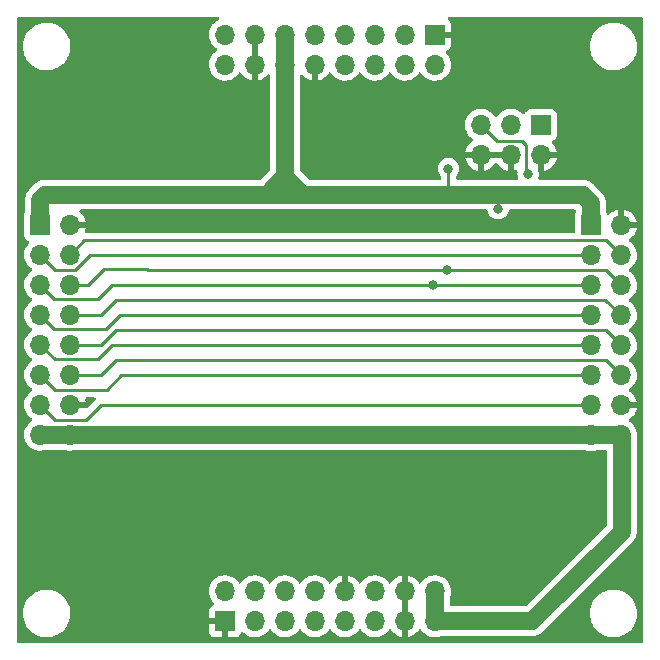
<source format=gbr>
%TF.GenerationSoftware,KiCad,Pcbnew,6.0.11+dfsg-1~bpo11+1*%
%TF.CreationDate,2023-04-06T13:49:23+02:00*%
%TF.ProjectId,dvert_11,64766572-745f-4313-912e-6b696361645f,1.1*%
%TF.SameCoordinates,Original*%
%TF.FileFunction,Copper,L2,Bot*%
%TF.FilePolarity,Positive*%
%FSLAX46Y46*%
G04 Gerber Fmt 4.6, Leading zero omitted, Abs format (unit mm)*
G04 Created by KiCad (PCBNEW 6.0.11+dfsg-1~bpo11+1) date 2023-04-06 13:49:23*
%MOMM*%
%LPD*%
G01*
G04 APERTURE LIST*
%TA.AperFunction,ComponentPad*%
%ADD10R,1.700000X1.700000*%
%TD*%
%TA.AperFunction,ComponentPad*%
%ADD11O,1.700000X1.700000*%
%TD*%
%TA.AperFunction,ViaPad*%
%ADD12C,0.800000*%
%TD*%
%TA.AperFunction,Conductor*%
%ADD13C,1.500000*%
%TD*%
%TA.AperFunction,Conductor*%
%ADD14C,0.250000*%
%TD*%
G04 APERTURE END LIST*
D10*
%TO.P,J3,1,Pin_1*%
%TO.N,+3.3V*%
X169072500Y-91865000D03*
D11*
%TO.P,J3,2,Pin_2*%
%TO.N,GND*%
X171612500Y-91865000D03*
%TO.P,J3,3,Pin_3*%
%TO.N,/TXD*%
X169072500Y-94405000D03*
%TO.P,J3,4,Pin_4*%
%TO.N,/RXD*%
X171612500Y-94405000D03*
%TO.P,J3,5,Pin_5*%
%TO.N,/SCL*%
X169072500Y-96945000D03*
%TO.P,J3,6,Pin_6*%
%TO.N,/SDA*%
X171612500Y-96945000D03*
%TO.P,J3,7,Pin_7*%
%TO.N,/MISO*%
X169072500Y-99485000D03*
%TO.P,J3,8,Pin_8*%
%TO.N,/MOSI*%
X171612500Y-99485000D03*
%TO.P,J3,9,Pin_9*%
%TO.N,/SCK*%
X169072500Y-102025000D03*
%TO.P,J3,10,Pin_10*%
%TO.N,/SSEL1*%
X171612500Y-102025000D03*
%TO.P,J3,11,Pin_11*%
%TO.N,/SSEL2*%
X169072500Y-104565000D03*
%TO.P,J3,12,Pin_12*%
%TO.N,/SSEL3*%
X171612500Y-104565000D03*
%TO.P,J3,13,Pin_13*%
%TO.N,Earth*%
X169072500Y-107105000D03*
%TO.P,J3,14,Pin_14*%
%TO.N,GND*%
X171612500Y-107105000D03*
%TO.P,J3,15,Pin_15*%
%TO.N,+24V*%
X169072500Y-109645000D03*
%TO.P,J3,16,Pin_16*%
X171612500Y-109645000D03*
%TD*%
D10*
%TO.P,J4,1,Pin_1*%
%TO.N,+3.3V*%
X122417500Y-91820000D03*
D11*
%TO.P,J4,2,Pin_2*%
%TO.N,GND*%
X124957500Y-91820000D03*
%TO.P,J4,3,Pin_3*%
%TO.N,/TXD*%
X122417500Y-94360000D03*
%TO.P,J4,4,Pin_4*%
%TO.N,/RXD*%
X124957500Y-94360000D03*
%TO.P,J4,5,Pin_5*%
%TO.N,/SCL*%
X122417500Y-96900000D03*
%TO.P,J4,6,Pin_6*%
%TO.N,/SDA*%
X124957500Y-96900000D03*
%TO.P,J4,7,Pin_7*%
%TO.N,/MISO*%
X122417500Y-99440000D03*
%TO.P,J4,8,Pin_8*%
%TO.N,/MOSI*%
X124957500Y-99440000D03*
%TO.P,J4,9,Pin_9*%
%TO.N,/SCK*%
X122417500Y-101980000D03*
%TO.P,J4,10,Pin_10*%
%TO.N,/SSEL1*%
X124957500Y-101980000D03*
%TO.P,J4,11,Pin_11*%
%TO.N,/SSEL2*%
X122417500Y-104520000D03*
%TO.P,J4,12,Pin_12*%
%TO.N,/SSEL3*%
X124957500Y-104520000D03*
%TO.P,J4,13,Pin_13*%
%TO.N,Earth*%
X122417500Y-107060000D03*
%TO.P,J4,14,Pin_14*%
%TO.N,GND*%
X124957500Y-107060000D03*
%TO.P,J4,15,Pin_15*%
%TO.N,+24V*%
X122417500Y-109600000D03*
%TO.P,J4,16,Pin_16*%
X124957500Y-109600000D03*
%TD*%
D10*
%TO.P,J5,1,Pin_1*%
%TO.N,Net-(J5-Pad1)*%
X164825000Y-83385000D03*
D11*
%TO.P,J5,2,Pin_2*%
%TO.N,GND*%
X164825000Y-85925000D03*
%TO.P,J5,3,Pin_3*%
%TO.N,Net-(J5-Pad3)*%
X162285000Y-83385000D03*
%TO.P,J5,4,Pin_4*%
%TO.N,GND*%
X162285000Y-85925000D03*
%TO.P,J5,5,Pin_5*%
%TO.N,Net-(J5-Pad5)*%
X159745000Y-83385000D03*
%TO.P,J5,6,Pin_6*%
%TO.N,GND*%
X159745000Y-85925000D03*
%TD*%
D10*
%TO.P,J1,1,Pin_1*%
%TO.N,GND*%
X155852500Y-75730000D03*
D11*
%TO.P,J1,2,Pin_2*%
%TO.N,/IO0_0*%
X155852500Y-78270000D03*
%TO.P,J1,3,Pin_3*%
%TO.N,/IO0_1*%
X153312500Y-75730000D03*
%TO.P,J1,4,Pin_4*%
%TO.N,/IO0_2*%
X153312500Y-78270000D03*
%TO.P,J1,5,Pin_5*%
%TO.N,/IO0_3*%
X150772500Y-75730000D03*
%TO.P,J1,6,Pin_6*%
%TO.N,/IO0_4*%
X150772500Y-78270000D03*
%TO.P,J1,7,Pin_7*%
%TO.N,/IO0_5*%
X148232500Y-75730000D03*
%TO.P,J1,8,Pin_8*%
%TO.N,/IO0_6*%
X148232500Y-78270000D03*
%TO.P,J1,9,Pin_9*%
%TO.N,/IO0_7*%
X145692500Y-75730000D03*
%TO.P,J1,10,Pin_10*%
%TO.N,GND*%
X145692500Y-78270000D03*
%TO.P,J1,11,Pin_11*%
%TO.N,+3.3V*%
X143152500Y-75730000D03*
%TO.P,J1,12,Pin_12*%
X143152500Y-78270000D03*
%TO.P,J1,13,Pin_13*%
%TO.N,GND*%
X140612500Y-75730000D03*
%TO.P,J1,14,Pin_14*%
X140612500Y-78270000D03*
%TO.P,J1,15,Pin_15*%
%TO.N,+24V*%
X138072500Y-75730000D03*
%TO.P,J1,16,Pin_16*%
X138072500Y-78270000D03*
%TD*%
D10*
%TO.P,J2,1,Pin_1*%
%TO.N,GND*%
X138072500Y-125395000D03*
D11*
%TO.P,J2,2,Pin_2*%
%TO.N,/IO1_0*%
X138072500Y-122855000D03*
%TO.P,J2,3,Pin_3*%
%TO.N,/IO1_1*%
X140612500Y-125395000D03*
%TO.P,J2,4,Pin_4*%
%TO.N,/IO1_2*%
X140612500Y-122855000D03*
%TO.P,J2,5,Pin_5*%
%TO.N,/IO1_3*%
X143152500Y-125395000D03*
%TO.P,J2,6,Pin_6*%
%TO.N,/IO1_4*%
X143152500Y-122855000D03*
%TO.P,J2,7,Pin_7*%
%TO.N,/IO1_5*%
X145692500Y-125395000D03*
%TO.P,J2,8,Pin_8*%
%TO.N,/IO1_6*%
X145692500Y-122855000D03*
%TO.P,J2,9,Pin_9*%
%TO.N,/IO1_7*%
X148232500Y-125395000D03*
%TO.P,J2,10,Pin_10*%
%TO.N,GND*%
X148232500Y-122855000D03*
%TO.P,J2,11,Pin_11*%
%TO.N,+3.3V*%
X150772500Y-125395000D03*
%TO.P,J2,12,Pin_12*%
X150772500Y-122855000D03*
%TO.P,J2,13,Pin_13*%
%TO.N,GND*%
X153312500Y-125395000D03*
%TO.P,J2,14,Pin_14*%
X153312500Y-122855000D03*
%TO.P,J2,15,Pin_15*%
%TO.N,+24V*%
X155852500Y-125395000D03*
%TO.P,J2,16,Pin_16*%
X155852500Y-122855000D03*
%TD*%
D12*
%TO.N,+3.3V*%
X161200000Y-90460000D03*
X157000000Y-87070000D03*
%TO.N,GND*%
X158130000Y-91820000D03*
%TO.N,/SCL*%
X155705000Y-96935000D03*
%TO.N,/SDA*%
X156840000Y-95660000D03*
%TO.N,Net-(J5-Pad5)*%
X163750000Y-87540000D03*
%TD*%
D13*
%TO.N,+3.3V*%
X161190000Y-89270000D02*
X168357500Y-89270000D01*
X122857500Y-89270000D02*
X141617500Y-89270000D01*
X143152500Y-78270000D02*
X143152500Y-87735000D01*
X122417500Y-89710000D02*
X122857500Y-89270000D01*
D14*
X161200000Y-90460000D02*
X161200000Y-89280000D01*
X157000000Y-89160000D02*
X156890000Y-89270000D01*
X157000000Y-87070000D02*
X157000000Y-89160000D01*
D13*
X143152500Y-87735000D02*
X141617500Y-89270000D01*
D14*
X161200000Y-89280000D02*
X161190000Y-89270000D01*
D13*
X168357500Y-89270000D02*
X169047500Y-89960000D01*
X143152500Y-78270000D02*
X143152500Y-87745000D01*
X169047500Y-89960000D02*
X169047500Y-91840000D01*
X143152500Y-76080000D02*
X143152500Y-78620000D01*
X144677500Y-89270000D02*
X156890000Y-89270000D01*
X122417500Y-91820000D02*
X122417500Y-89710000D01*
X156890000Y-89270000D02*
X161190000Y-89270000D01*
X141617500Y-89270000D02*
X144677500Y-89270000D01*
X143152500Y-87745000D02*
X144677500Y-89270000D01*
X169047500Y-91840000D02*
X169072500Y-91865000D01*
D14*
%TO.N,GND*%
X171667500Y-91855000D02*
X171582500Y-91855000D01*
D13*
%TO.N,+24V*%
X124867500Y-109635000D02*
X169127500Y-109635000D01*
X155882500Y-125380000D02*
X164087500Y-125380000D01*
X171667500Y-109635000D02*
X169127500Y-109635000D01*
X171667500Y-109635000D02*
X171667500Y-117800000D01*
X122327500Y-109635000D02*
X124867500Y-109635000D01*
X155882500Y-125380000D02*
X155882500Y-122840000D01*
X164087500Y-125380000D02*
X171667500Y-117800000D01*
D14*
%TO.N,/TXD*%
X126652500Y-94395000D02*
X164782500Y-94395000D01*
X122417500Y-94360000D02*
X123727500Y-95670000D01*
X164782500Y-94395000D02*
X164792500Y-94405000D01*
X164792500Y-94405000D02*
X166162500Y-94405000D01*
X123727500Y-95670000D02*
X125377500Y-95670000D01*
X166162500Y-94405000D02*
X169072500Y-94405000D01*
X125377500Y-95670000D02*
X126652500Y-94395000D01*
%TO.N,/RXD*%
X170347500Y-93140000D02*
X171612500Y-94405000D01*
X126177500Y-93140000D02*
X170347500Y-93140000D01*
X124957500Y-94360000D02*
X126177500Y-93140000D01*
%TO.N,/SCL*%
X155705000Y-96935000D02*
X164022500Y-96935000D01*
X130367500Y-96900000D02*
X130402500Y-96935000D01*
X127332500Y-98075000D02*
X128507500Y-96900000D01*
X122417500Y-96900000D02*
X123592500Y-98075000D01*
X123592500Y-98075000D02*
X127332500Y-98075000D01*
X164032500Y-96945000D02*
X164022500Y-96935000D01*
X169072500Y-96945000D02*
X164032500Y-96945000D01*
X128507500Y-96900000D02*
X130367500Y-96900000D01*
X130402500Y-96935000D02*
X155705000Y-96935000D01*
%TO.N,/SDA*%
X131577500Y-95660000D02*
X131517500Y-95600000D01*
X170327500Y-95660000D02*
X158350000Y-95660000D01*
X158350000Y-95660000D02*
X156840000Y-95660000D01*
X126507500Y-96910000D02*
X126497500Y-96900000D01*
X127817500Y-95600000D02*
X126507500Y-96910000D01*
X156840000Y-95660000D02*
X131577500Y-95660000D01*
X126497500Y-96900000D02*
X124957500Y-96900000D01*
X171612500Y-96945000D02*
X170327500Y-95660000D01*
X131517500Y-95600000D02*
X127817500Y-95600000D01*
%TO.N,/MISO*%
X128038222Y-100629278D02*
X129182500Y-99485000D01*
X122417500Y-99440000D02*
X123606778Y-100629278D01*
X123606778Y-100629278D02*
X128038222Y-100629278D01*
X129182500Y-99485000D02*
X169072500Y-99485000D01*
%TO.N,/MOSI*%
X170287500Y-98160000D02*
X128827500Y-98160000D01*
X127547500Y-99440000D02*
X124957500Y-99440000D01*
X128827500Y-98160000D02*
X127547500Y-99440000D01*
X171612500Y-99485000D02*
X170287500Y-98160000D01*
%TO.N,/SCK*%
X169072500Y-102025000D02*
X161922500Y-102025000D01*
X123662500Y-103225000D02*
X127292500Y-103225000D01*
X122417500Y-101980000D02*
X123662500Y-103225000D01*
X161912500Y-102015000D02*
X128502500Y-102015000D01*
X161922500Y-102025000D02*
X161912500Y-102015000D01*
X128502500Y-102015000D02*
X127292500Y-103225000D01*
%TO.N,/SSEL1*%
X128857500Y-100740000D02*
X170327500Y-100740000D01*
X127617500Y-101980000D02*
X128857500Y-100740000D01*
X124957500Y-101980000D02*
X127617500Y-101980000D01*
X170327500Y-100740000D02*
X171612500Y-102025000D01*
%TO.N,/SSEL2*%
X123707500Y-105810000D02*
X128057500Y-105810000D01*
X161592500Y-104565000D02*
X161582500Y-104555000D01*
X129312500Y-104555000D02*
X161582500Y-104555000D01*
X122417500Y-104520000D02*
X123707500Y-105810000D01*
X169072500Y-104565000D02*
X161592500Y-104565000D01*
X128057500Y-105810000D02*
X129312500Y-104555000D01*
%TO.N,/SSEL3*%
X128817500Y-103280000D02*
X127577500Y-104520000D01*
X171612500Y-104565000D02*
X170327500Y-103280000D01*
X127577500Y-104520000D02*
X124957500Y-104520000D01*
X170327500Y-103280000D02*
X128817500Y-103280000D01*
%TO.N,Earth*%
X160902500Y-107105000D02*
X169072500Y-107105000D01*
X123717500Y-108360000D02*
X126307500Y-108360000D01*
X160892500Y-107095000D02*
X160902500Y-107105000D01*
X126307500Y-108360000D02*
X127572500Y-107095000D01*
X127572500Y-107095000D02*
X160892500Y-107095000D01*
X122417500Y-107060000D02*
X123717500Y-108360000D01*
%TO.N,Net-(J5-Pad5)*%
X161110000Y-84750000D02*
X159745000Y-83385000D01*
X163250000Y-84750000D02*
X161110000Y-84750000D01*
X163750000Y-87360000D02*
X163650000Y-87260000D01*
X163580000Y-87370000D02*
X163580000Y-85080000D01*
X163580000Y-85080000D02*
X163250000Y-84750000D01*
X163750000Y-87540000D02*
X163580000Y-87370000D01*
%TD*%
%TA.AperFunction,Conductor*%
%TO.N,GND*%
G36*
X137548615Y-74258502D02*
G01*
X137595108Y-74312158D01*
X137605212Y-74382432D01*
X137575718Y-74447012D01*
X137538675Y-74476262D01*
X137346107Y-74576507D01*
X137341974Y-74579610D01*
X137341971Y-74579612D01*
X137258950Y-74641946D01*
X137167465Y-74710635D01*
X137142041Y-74737240D01*
X137047831Y-74835825D01*
X137013129Y-74872138D01*
X137010220Y-74876403D01*
X137010214Y-74876411D01*
X136925056Y-75001249D01*
X136887243Y-75056680D01*
X136870985Y-75091706D01*
X136799635Y-75245417D01*
X136793188Y-75259305D01*
X136733489Y-75474570D01*
X136709751Y-75696695D01*
X136722610Y-75919715D01*
X136723747Y-75924761D01*
X136723748Y-75924767D01*
X136741180Y-76002115D01*
X136771722Y-76137639D01*
X136855766Y-76344616D01*
X136907442Y-76428944D01*
X136969791Y-76530688D01*
X136972487Y-76535088D01*
X137118750Y-76703938D01*
X137290626Y-76846632D01*
X137361095Y-76887811D01*
X137363945Y-76889476D01*
X137412669Y-76941114D01*
X137425740Y-77010897D01*
X137399009Y-77076669D01*
X137358555Y-77110027D01*
X137346107Y-77116507D01*
X137341974Y-77119610D01*
X137341971Y-77119612D01*
X137172511Y-77246846D01*
X137167465Y-77250635D01*
X137013129Y-77412138D01*
X137010220Y-77416403D01*
X137010214Y-77416411D01*
X136925056Y-77541249D01*
X136887243Y-77596680D01*
X136793188Y-77799305D01*
X136733489Y-78014570D01*
X136709751Y-78236695D01*
X136710048Y-78241848D01*
X136710048Y-78241851D01*
X136715511Y-78336590D01*
X136722610Y-78459715D01*
X136723747Y-78464761D01*
X136723748Y-78464767D01*
X136732128Y-78501951D01*
X136771722Y-78677639D01*
X136855766Y-78884616D01*
X136906519Y-78967438D01*
X136969791Y-79070688D01*
X136972487Y-79075088D01*
X137118750Y-79243938D01*
X137290626Y-79386632D01*
X137483500Y-79499338D01*
X137692192Y-79579030D01*
X137697260Y-79580061D01*
X137697263Y-79580062D01*
X137792362Y-79599410D01*
X137911097Y-79623567D01*
X137916272Y-79623757D01*
X137916274Y-79623757D01*
X138129173Y-79631564D01*
X138129177Y-79631564D01*
X138134337Y-79631753D01*
X138139457Y-79631097D01*
X138139459Y-79631097D01*
X138350788Y-79604025D01*
X138350789Y-79604025D01*
X138355916Y-79603368D01*
X138360866Y-79601883D01*
X138564929Y-79540661D01*
X138564934Y-79540659D01*
X138569884Y-79539174D01*
X138770494Y-79440896D01*
X138952360Y-79311173D01*
X139110596Y-79153489D01*
X139170094Y-79070689D01*
X139240953Y-78972077D01*
X139242140Y-78972930D01*
X139289460Y-78929362D01*
X139359397Y-78917145D01*
X139424838Y-78944678D01*
X139452666Y-78976511D01*
X139510194Y-79070388D01*
X139516277Y-79078699D01*
X139655713Y-79239667D01*
X139663080Y-79246883D01*
X139826934Y-79382916D01*
X139835381Y-79388831D01*
X140019256Y-79496279D01*
X140028542Y-79500729D01*
X140227501Y-79576703D01*
X140237399Y-79579579D01*
X140340750Y-79600606D01*
X140354799Y-79599410D01*
X140358500Y-79589065D01*
X140358500Y-75602000D01*
X140378502Y-75533879D01*
X140432158Y-75487386D01*
X140484500Y-75476000D01*
X140740500Y-75476000D01*
X140808621Y-75496002D01*
X140855114Y-75549658D01*
X140866500Y-75602000D01*
X140866500Y-79588517D01*
X140870564Y-79602359D01*
X140883978Y-79604393D01*
X140890684Y-79603534D01*
X140900762Y-79601392D01*
X141104755Y-79540191D01*
X141114342Y-79536433D01*
X141305595Y-79442739D01*
X141314445Y-79437464D01*
X141487828Y-79313792D01*
X141495700Y-79307139D01*
X141646552Y-79156812D01*
X141653223Y-79148973D01*
X141665677Y-79131641D01*
X141721672Y-79087993D01*
X141792375Y-79081547D01*
X141855339Y-79114350D01*
X141890574Y-79175986D01*
X141894000Y-79205167D01*
X141894000Y-87161522D01*
X141873998Y-87229643D01*
X141857095Y-87250617D01*
X141133117Y-87974595D01*
X141070805Y-88008621D01*
X141044022Y-88011500D01*
X122948896Y-88011500D01*
X122932449Y-88010422D01*
X122926615Y-88009654D01*
X122910414Y-88007521D01*
X122904814Y-88007785D01*
X122904813Y-88007785D01*
X122829004Y-88011360D01*
X122823069Y-88011500D01*
X122800501Y-88011500D01*
X122797718Y-88011748D01*
X122797704Y-88011749D01*
X122774523Y-88013818D01*
X122769260Y-88014177D01*
X122739842Y-88015564D01*
X122686012Y-88018103D01*
X122668523Y-88022108D01*
X122651604Y-88024788D01*
X122647118Y-88025189D01*
X122633738Y-88026383D01*
X122628330Y-88027862D01*
X122628327Y-88027863D01*
X122553370Y-88048369D01*
X122548252Y-88049655D01*
X122472500Y-88067005D01*
X122472498Y-88067006D01*
X122467030Y-88068258D01*
X122456530Y-88072737D01*
X122450533Y-88075294D01*
X122434358Y-88080927D01*
X122422461Y-88084182D01*
X122422457Y-88084183D01*
X122417049Y-88085663D01*
X122411983Y-88088079D01*
X122411984Y-88088079D01*
X122341833Y-88121539D01*
X122337024Y-88123710D01*
X122265551Y-88154196D01*
X122260391Y-88156397D01*
X122245390Y-88166251D01*
X122230475Y-88174654D01*
X122214282Y-88182378D01*
X122209731Y-88185648D01*
X122209728Y-88185650D01*
X122202119Y-88191118D01*
X122148523Y-88229631D01*
X122146619Y-88230999D01*
X122142268Y-88233989D01*
X122076490Y-88277196D01*
X122076482Y-88277202D01*
X122072626Y-88279735D01*
X122051838Y-88298257D01*
X122041561Y-88306490D01*
X122031846Y-88313471D01*
X121958588Y-88389067D01*
X121957472Y-88390219D01*
X121956083Y-88391630D01*
X121592230Y-88755482D01*
X121579846Y-88766343D01*
X121562208Y-88779877D01*
X121558437Y-88784022D01*
X121558433Y-88784025D01*
X121507351Y-88840164D01*
X121503253Y-88844459D01*
X121487302Y-88860410D01*
X121485507Y-88862557D01*
X121485505Y-88862559D01*
X121470568Y-88880423D01*
X121467100Y-88884398D01*
X121414788Y-88941888D01*
X121414781Y-88941897D01*
X121411015Y-88946036D01*
X121408038Y-88950782D01*
X121408037Y-88950783D01*
X121401487Y-88961225D01*
X121391411Y-88975093D01*
X121383504Y-88984549D01*
X121383497Y-88984559D01*
X121379906Y-88988854D01*
X121338618Y-89061240D01*
X121335913Y-89065759D01*
X121291636Y-89136344D01*
X121289543Y-89141549D01*
X121289542Y-89141552D01*
X121284948Y-89152979D01*
X121277488Y-89168411D01*
X121271380Y-89179119D01*
X121271376Y-89179128D01*
X121268601Y-89183993D01*
X121266732Y-89189270D01*
X121266730Y-89189275D01*
X121240785Y-89262542D01*
X121238920Y-89267478D01*
X121219100Y-89316782D01*
X121207844Y-89344783D01*
X121206708Y-89350270D01*
X121206707Y-89350272D01*
X121204206Y-89362349D01*
X121199601Y-89378844D01*
X121193611Y-89395759D01*
X121185657Y-89444333D01*
X121180143Y-89478001D01*
X121179183Y-89483180D01*
X121162287Y-89564767D01*
X121162021Y-89569379D01*
X121162021Y-89569380D01*
X121160685Y-89592548D01*
X121159238Y-89605653D01*
X121158214Y-89611910D01*
X121157306Y-89617457D01*
X121157394Y-89623070D01*
X121157394Y-89623072D01*
X121158984Y-89724264D01*
X121159000Y-89726243D01*
X121159000Y-90625126D01*
X121138998Y-90693247D01*
X121133839Y-90700673D01*
X121116885Y-90723295D01*
X121065755Y-90859684D01*
X121059000Y-90921866D01*
X121059000Y-92718134D01*
X121065755Y-92780316D01*
X121116885Y-92916705D01*
X121204239Y-93033261D01*
X121320795Y-93120615D01*
X121329204Y-93123767D01*
X121329205Y-93123768D01*
X121437951Y-93164535D01*
X121494716Y-93207176D01*
X121519416Y-93273738D01*
X121504209Y-93343087D01*
X121484816Y-93369568D01*
X121358129Y-93502138D01*
X121232243Y-93686680D01*
X121138188Y-93889305D01*
X121078489Y-94104570D01*
X121054751Y-94326695D01*
X121055048Y-94331848D01*
X121055048Y-94331851D01*
X121059266Y-94405000D01*
X121067610Y-94549715D01*
X121068747Y-94554761D01*
X121068748Y-94554767D01*
X121092804Y-94661508D01*
X121116722Y-94767639D01*
X121200766Y-94974616D01*
X121233786Y-95028500D01*
X121278924Y-95102158D01*
X121317487Y-95165088D01*
X121463750Y-95333938D01*
X121635626Y-95476632D01*
X121706095Y-95517811D01*
X121708945Y-95519476D01*
X121757669Y-95571114D01*
X121770740Y-95640897D01*
X121744009Y-95706669D01*
X121703555Y-95740027D01*
X121691107Y-95746507D01*
X121686974Y-95749610D01*
X121686971Y-95749612D01*
X121516600Y-95877530D01*
X121512465Y-95880635D01*
X121358129Y-96042138D01*
X121232243Y-96226680D01*
X121138188Y-96429305D01*
X121078489Y-96644570D01*
X121054751Y-96866695D01*
X121055048Y-96871848D01*
X121055048Y-96871851D01*
X121059266Y-96945000D01*
X121067610Y-97089715D01*
X121068747Y-97094761D01*
X121068748Y-97094767D01*
X121092804Y-97201508D01*
X121116722Y-97307639D01*
X121200766Y-97514616D01*
X121317487Y-97705088D01*
X121463750Y-97873938D01*
X121635626Y-98016632D01*
X121706095Y-98057811D01*
X121708945Y-98059476D01*
X121757669Y-98111114D01*
X121770740Y-98180897D01*
X121744009Y-98246669D01*
X121703555Y-98280027D01*
X121691107Y-98286507D01*
X121686974Y-98289610D01*
X121686971Y-98289612D01*
X121516600Y-98417530D01*
X121512465Y-98420635D01*
X121358129Y-98582138D01*
X121232243Y-98766680D01*
X121138188Y-98969305D01*
X121078489Y-99184570D01*
X121054751Y-99406695D01*
X121055048Y-99411848D01*
X121055048Y-99411851D01*
X121059266Y-99485000D01*
X121067610Y-99629715D01*
X121068747Y-99634761D01*
X121068748Y-99634767D01*
X121092804Y-99741508D01*
X121116722Y-99847639D01*
X121200766Y-100054616D01*
X121317487Y-100245088D01*
X121463750Y-100413938D01*
X121635626Y-100556632D01*
X121706095Y-100597811D01*
X121708945Y-100599476D01*
X121757669Y-100651114D01*
X121770740Y-100720897D01*
X121744009Y-100786669D01*
X121703555Y-100820027D01*
X121691107Y-100826507D01*
X121686974Y-100829610D01*
X121686971Y-100829612D01*
X121516600Y-100957530D01*
X121512465Y-100960635D01*
X121358129Y-101122138D01*
X121232243Y-101306680D01*
X121138188Y-101509305D01*
X121078489Y-101724570D01*
X121054751Y-101946695D01*
X121055048Y-101951848D01*
X121055048Y-101951851D01*
X121059266Y-102025000D01*
X121067610Y-102169715D01*
X121068747Y-102174761D01*
X121068748Y-102174767D01*
X121092804Y-102281508D01*
X121116722Y-102387639D01*
X121200766Y-102594616D01*
X121317487Y-102785088D01*
X121463750Y-102953938D01*
X121635626Y-103096632D01*
X121706095Y-103137811D01*
X121708945Y-103139476D01*
X121757669Y-103191114D01*
X121770740Y-103260897D01*
X121744009Y-103326669D01*
X121703555Y-103360027D01*
X121691107Y-103366507D01*
X121686974Y-103369610D01*
X121686971Y-103369612D01*
X121516600Y-103497530D01*
X121512465Y-103500635D01*
X121358129Y-103662138D01*
X121232243Y-103846680D01*
X121199704Y-103916780D01*
X121154646Y-104013850D01*
X121138188Y-104049305D01*
X121078489Y-104264570D01*
X121054751Y-104486695D01*
X121055048Y-104491848D01*
X121055048Y-104491851D01*
X121059266Y-104565000D01*
X121067610Y-104709715D01*
X121068747Y-104714761D01*
X121068748Y-104714767D01*
X121092804Y-104821508D01*
X121116722Y-104927639D01*
X121200766Y-105134616D01*
X121317487Y-105325088D01*
X121463750Y-105493938D01*
X121635626Y-105636632D01*
X121706095Y-105677811D01*
X121708945Y-105679476D01*
X121757669Y-105731114D01*
X121770740Y-105800897D01*
X121744009Y-105866669D01*
X121703555Y-105900027D01*
X121691107Y-105906507D01*
X121686974Y-105909610D01*
X121686971Y-105909612D01*
X121516600Y-106037530D01*
X121512465Y-106040635D01*
X121358129Y-106202138D01*
X121232243Y-106386680D01*
X121196584Y-106463502D01*
X121175473Y-106508982D01*
X121138188Y-106589305D01*
X121078489Y-106804570D01*
X121054751Y-107026695D01*
X121067610Y-107249715D01*
X121068747Y-107254761D01*
X121068748Y-107254767D01*
X121087731Y-107338998D01*
X121116722Y-107467639D01*
X121200766Y-107674616D01*
X121317487Y-107865088D01*
X121463750Y-108033938D01*
X121635626Y-108176632D01*
X121696935Y-108212458D01*
X121708945Y-108219476D01*
X121757669Y-108271114D01*
X121770740Y-108340897D01*
X121744009Y-108406669D01*
X121703555Y-108440027D01*
X121691107Y-108446507D01*
X121686974Y-108449610D01*
X121686971Y-108449612D01*
X121516600Y-108577530D01*
X121512465Y-108580635D01*
X121358129Y-108742138D01*
X121232243Y-108926680D01*
X121138188Y-109129305D01*
X121078489Y-109344570D01*
X121054751Y-109566695D01*
X121055048Y-109571848D01*
X121055048Y-109571851D01*
X121059266Y-109645000D01*
X121067610Y-109789715D01*
X121068747Y-109794761D01*
X121068748Y-109794767D01*
X121091033Y-109893650D01*
X121090831Y-109893696D01*
X121091114Y-109894316D01*
X121091525Y-109897715D01*
X121093111Y-109902871D01*
X121093443Y-109904346D01*
X121093450Y-109904377D01*
X121093449Y-109904391D01*
X121093615Y-109905148D01*
X121093973Y-109906834D01*
X121094175Y-109907591D01*
X121116722Y-110007639D01*
X121119262Y-110013894D01*
X121150221Y-110090138D01*
X121153907Y-110100491D01*
X121155930Y-110107068D01*
X121155934Y-110107077D01*
X121157582Y-110112435D01*
X121160153Y-110117417D01*
X121160154Y-110117419D01*
X121162898Y-110122735D01*
X121167667Y-110133103D01*
X121200766Y-110214616D01*
X121317487Y-110405088D01*
X121463750Y-110573938D01*
X121635626Y-110716632D01*
X121828500Y-110829338D01*
X122037192Y-110909030D01*
X122042260Y-110910061D01*
X122042263Y-110910062D01*
X122149517Y-110931883D01*
X122256097Y-110953567D01*
X122261272Y-110953757D01*
X122261274Y-110953757D01*
X122474173Y-110961564D01*
X122474177Y-110961564D01*
X122479337Y-110961753D01*
X122484457Y-110961097D01*
X122484459Y-110961097D01*
X122695788Y-110934025D01*
X122695789Y-110934025D01*
X122700916Y-110933368D01*
X122705866Y-110931883D01*
X122816090Y-110898814D01*
X122852298Y-110893500D01*
X124513283Y-110893500D01*
X124558231Y-110901790D01*
X124572356Y-110907184D01*
X124572364Y-110907186D01*
X124577192Y-110909030D01*
X124582260Y-110910061D01*
X124582263Y-110910062D01*
X124689517Y-110931883D01*
X124796097Y-110953567D01*
X124801272Y-110953757D01*
X124801274Y-110953757D01*
X125014173Y-110961564D01*
X125014177Y-110961564D01*
X125019337Y-110961753D01*
X125024457Y-110961097D01*
X125024459Y-110961097D01*
X125235788Y-110934025D01*
X125235789Y-110934025D01*
X125240916Y-110933368D01*
X125245866Y-110931883D01*
X125356090Y-110898814D01*
X125392298Y-110893500D01*
X168510440Y-110893500D01*
X168555389Y-110901790D01*
X168569515Y-110907184D01*
X168692192Y-110954030D01*
X168697260Y-110955061D01*
X168697263Y-110955062D01*
X168804517Y-110976883D01*
X168911097Y-110998567D01*
X168916272Y-110998757D01*
X168916274Y-110998757D01*
X169129173Y-111006564D01*
X169129177Y-111006564D01*
X169134337Y-111006753D01*
X169139457Y-111006097D01*
X169139459Y-111006097D01*
X169350788Y-110979025D01*
X169350789Y-110979025D01*
X169355916Y-110978368D01*
X169433599Y-110955062D01*
X169564931Y-110915660D01*
X169569884Y-110914174D01*
X169585859Y-110906348D01*
X169641291Y-110893500D01*
X170283000Y-110893500D01*
X170351121Y-110913502D01*
X170397614Y-110967158D01*
X170409000Y-111019500D01*
X170409000Y-117226522D01*
X170388998Y-117294643D01*
X170372095Y-117315617D01*
X163603117Y-124084595D01*
X163540805Y-124118621D01*
X163514022Y-124121500D01*
X157267000Y-124121500D01*
X157198879Y-124101498D01*
X157152386Y-124047842D01*
X157141000Y-123995500D01*
X157141000Y-123306179D01*
X157146442Y-123269550D01*
X157183365Y-123148023D01*
X157183365Y-123148021D01*
X157184870Y-123143069D01*
X157214029Y-122921590D01*
X157215656Y-122855000D01*
X157197352Y-122632361D01*
X157142931Y-122415702D01*
X157053854Y-122210840D01*
X156932514Y-122023277D01*
X156782170Y-121858051D01*
X156778119Y-121854852D01*
X156778115Y-121854848D01*
X156610914Y-121722800D01*
X156610910Y-121722798D01*
X156606859Y-121719598D01*
X156570528Y-121699542D01*
X156554636Y-121690769D01*
X156411289Y-121611638D01*
X156406420Y-121609914D01*
X156406416Y-121609912D01*
X156205587Y-121538795D01*
X156205583Y-121538794D01*
X156200712Y-121537069D01*
X156195619Y-121536162D01*
X156195616Y-121536161D01*
X155985873Y-121498800D01*
X155985867Y-121498799D01*
X155980784Y-121497894D01*
X155906952Y-121496992D01*
X155762581Y-121495228D01*
X155762579Y-121495228D01*
X155757411Y-121495165D01*
X155536591Y-121528955D01*
X155324256Y-121598357D01*
X155126107Y-121701507D01*
X155121974Y-121704610D01*
X155121971Y-121704612D01*
X155097747Y-121722800D01*
X154947465Y-121835635D01*
X154793129Y-121997138D01*
X154685704Y-122154618D01*
X154685398Y-122155066D01*
X154630487Y-122200069D01*
X154559962Y-122208240D01*
X154496215Y-122176986D01*
X154475518Y-122152502D01*
X154394926Y-122027926D01*
X154388636Y-122019757D01*
X154245306Y-121862240D01*
X154237773Y-121855215D01*
X154070639Y-121723222D01*
X154062052Y-121717517D01*
X153875617Y-121614599D01*
X153866205Y-121610369D01*
X153665459Y-121539280D01*
X153655488Y-121536646D01*
X153584337Y-121523972D01*
X153571040Y-121525432D01*
X153566500Y-121539989D01*
X153566500Y-126713517D01*
X153570564Y-126727359D01*
X153583978Y-126729393D01*
X153590684Y-126728534D01*
X153600762Y-126726392D01*
X153804755Y-126665191D01*
X153814342Y-126661433D01*
X154005595Y-126567739D01*
X154014445Y-126562464D01*
X154187828Y-126438792D01*
X154195700Y-126432139D01*
X154346552Y-126281812D01*
X154353230Y-126273965D01*
X154480522Y-126096819D01*
X154481779Y-126097722D01*
X154528873Y-126054362D01*
X154598811Y-126042145D01*
X154664251Y-126069678D01*
X154692079Y-126101511D01*
X154752487Y-126200088D01*
X154898750Y-126368938D01*
X155070626Y-126511632D01*
X155263500Y-126624338D01*
X155268325Y-126626180D01*
X155268326Y-126626181D01*
X155299384Y-126638041D01*
X155472192Y-126704030D01*
X155477260Y-126705061D01*
X155477263Y-126705062D01*
X155572362Y-126724410D01*
X155691097Y-126748567D01*
X155696272Y-126748757D01*
X155696274Y-126748757D01*
X155909173Y-126756564D01*
X155909177Y-126756564D01*
X155914337Y-126756753D01*
X155919457Y-126756097D01*
X155919459Y-126756097D01*
X156130788Y-126729025D01*
X156130789Y-126729025D01*
X156135916Y-126728368D01*
X156140866Y-126726883D01*
X156344929Y-126665661D01*
X156344934Y-126665659D01*
X156349884Y-126664174D01*
X156376063Y-126651349D01*
X156431495Y-126638500D01*
X163996104Y-126638500D01*
X164012551Y-126639578D01*
X164029016Y-126641746D01*
X164029020Y-126641746D01*
X164034586Y-126642479D01*
X164115989Y-126638640D01*
X164121924Y-126638500D01*
X164144499Y-126638500D01*
X164170489Y-126636181D01*
X164175748Y-126635822D01*
X164258988Y-126631896D01*
X164264447Y-126630646D01*
X164264452Y-126630645D01*
X164276470Y-126627892D01*
X164293399Y-126625211D01*
X164311262Y-126623617D01*
X164316678Y-126622135D01*
X164316680Y-126622135D01*
X164391633Y-126601630D01*
X164396751Y-126600344D01*
X164472500Y-126582995D01*
X164472502Y-126582994D01*
X164477970Y-126581742D01*
X164488470Y-126577263D01*
X164494467Y-126574706D01*
X164510642Y-126569073D01*
X164522539Y-126565818D01*
X164522543Y-126565817D01*
X164527951Y-126564337D01*
X164603167Y-126528461D01*
X164607976Y-126526290D01*
X164679449Y-126495804D01*
X164679450Y-126495804D01*
X164684609Y-126493603D01*
X164699610Y-126483749D01*
X164714525Y-126475346D01*
X164730718Y-126467622D01*
X164735269Y-126464352D01*
X164735272Y-126464350D01*
X164798381Y-126419001D01*
X164802732Y-126416011D01*
X164868510Y-126372804D01*
X164868518Y-126372798D01*
X164872374Y-126370265D01*
X164893162Y-126351743D01*
X164903439Y-126343510D01*
X164913154Y-126336529D01*
X164987563Y-126259745D01*
X164988952Y-126258335D01*
X166538369Y-124708918D01*
X168964417Y-124708918D01*
X168964834Y-124716156D01*
X168980182Y-124982320D01*
X169032905Y-125251053D01*
X169034292Y-125255103D01*
X169034293Y-125255108D01*
X169104988Y-125461590D01*
X169121612Y-125510144D01*
X169150738Y-125568054D01*
X169220337Y-125706437D01*
X169244660Y-125754799D01*
X169247086Y-125758328D01*
X169247089Y-125758334D01*
X169397343Y-125976953D01*
X169399774Y-125980490D01*
X169402661Y-125983663D01*
X169402662Y-125983664D01*
X169581192Y-126179867D01*
X169584082Y-126183043D01*
X169587377Y-126185798D01*
X169587378Y-126185799D01*
X169599205Y-126195688D01*
X169794175Y-126358707D01*
X169797816Y-126360991D01*
X170022524Y-126501951D01*
X170022528Y-126501953D01*
X170026164Y-126504234D01*
X170094044Y-126534883D01*
X170271845Y-126615164D01*
X170271849Y-126615166D01*
X170275757Y-126616930D01*
X170305462Y-126625729D01*
X170534223Y-126693491D01*
X170534227Y-126693492D01*
X170538336Y-126694709D01*
X170542570Y-126695357D01*
X170542575Y-126695358D01*
X170804798Y-126735483D01*
X170804800Y-126735483D01*
X170809040Y-126736132D01*
X170948412Y-126738322D01*
X171078571Y-126740367D01*
X171078577Y-126740367D01*
X171082862Y-126740434D01*
X171354735Y-126707534D01*
X171619627Y-126638041D01*
X171623587Y-126636401D01*
X171623592Y-126636399D01*
X171755544Y-126581742D01*
X171872636Y-126533241D01*
X172109082Y-126395073D01*
X172324589Y-126226094D01*
X172346010Y-126203990D01*
X172512186Y-126032509D01*
X172515169Y-126029431D01*
X172517702Y-126025983D01*
X172517706Y-126025978D01*
X172674757Y-125812178D01*
X172677295Y-125808723D01*
X172704654Y-125758334D01*
X172805918Y-125571830D01*
X172805919Y-125571828D01*
X172807968Y-125568054D01*
X172873360Y-125395000D01*
X172903251Y-125315895D01*
X172903252Y-125315891D01*
X172904769Y-125311877D01*
X172948054Y-125122885D01*
X172964949Y-125049117D01*
X172964950Y-125049113D01*
X172965907Y-125044933D01*
X172974410Y-124949665D01*
X172990031Y-124774627D01*
X172990031Y-124774625D01*
X172990251Y-124772161D01*
X172990507Y-124747792D01*
X172990667Y-124732484D01*
X172990667Y-124732483D01*
X172990693Y-124730000D01*
X172988106Y-124692054D01*
X172972359Y-124461055D01*
X172972358Y-124461049D01*
X172972067Y-124456778D01*
X172916532Y-124188612D01*
X172825117Y-123930465D01*
X172699513Y-123687112D01*
X172689540Y-123672921D01*
X172611239Y-123561511D01*
X172542045Y-123463057D01*
X172378872Y-123287462D01*
X172358546Y-123265588D01*
X172358543Y-123265585D01*
X172355625Y-123262445D01*
X172352310Y-123259731D01*
X172352306Y-123259728D01*
X172147023Y-123091706D01*
X172143705Y-123088990D01*
X171910204Y-122945901D01*
X171906268Y-122944173D01*
X171663373Y-122837549D01*
X171663369Y-122837548D01*
X171659445Y-122835825D01*
X171396066Y-122760800D01*
X171391824Y-122760196D01*
X171391818Y-122760195D01*
X171191334Y-122731662D01*
X171124943Y-122722213D01*
X170981089Y-122721460D01*
X170855377Y-122720802D01*
X170855371Y-122720802D01*
X170851091Y-122720780D01*
X170846847Y-122721339D01*
X170846843Y-122721339D01*
X170727802Y-122737011D01*
X170579578Y-122756525D01*
X170575438Y-122757658D01*
X170575436Y-122757658D01*
X170502508Y-122777609D01*
X170315428Y-122828788D01*
X170311480Y-122830472D01*
X170067482Y-122934546D01*
X170067478Y-122934548D01*
X170063530Y-122936232D01*
X170043625Y-122948145D01*
X169832225Y-123074664D01*
X169832221Y-123074667D01*
X169828543Y-123076868D01*
X169614818Y-123248094D01*
X169525059Y-123342680D01*
X169432099Y-123440640D01*
X169426308Y-123446742D01*
X169266502Y-123669136D01*
X169138357Y-123911161D01*
X169136885Y-123915184D01*
X169136883Y-123915188D01*
X169056214Y-124135625D01*
X169044243Y-124168337D01*
X168985904Y-124435907D01*
X168964417Y-124708918D01*
X166538369Y-124708918D01*
X172492759Y-118754528D01*
X172505151Y-118743660D01*
X172518343Y-118733538D01*
X172518351Y-118733531D01*
X172522792Y-118730123D01*
X172577668Y-118669815D01*
X172581767Y-118665520D01*
X172597698Y-118649589D01*
X172614434Y-118629573D01*
X172617879Y-118625624D01*
X172670203Y-118568121D01*
X172670206Y-118568117D01*
X172673985Y-118563964D01*
X172683513Y-118548775D01*
X172693591Y-118534903D01*
X172701492Y-118525455D01*
X172701497Y-118525448D01*
X172705094Y-118521146D01*
X172746387Y-118448752D01*
X172749092Y-118444232D01*
X172790386Y-118378404D01*
X172790388Y-118378401D01*
X172793364Y-118373656D01*
X172800052Y-118357021D01*
X172807512Y-118341589D01*
X172813620Y-118330881D01*
X172813624Y-118330872D01*
X172816399Y-118326007D01*
X172818268Y-118320730D01*
X172818270Y-118320725D01*
X172844215Y-118247458D01*
X172846080Y-118242522D01*
X172875066Y-118170416D01*
X172877156Y-118165217D01*
X172880794Y-118147650D01*
X172885399Y-118131156D01*
X172891389Y-118114241D01*
X172904855Y-118032009D01*
X172905817Y-118026819D01*
X172921777Y-117949754D01*
X172921778Y-117949750D01*
X172922713Y-117945233D01*
X172924315Y-117917452D01*
X172925762Y-117904347D01*
X172926786Y-117898090D01*
X172926786Y-117898083D01*
X172927694Y-117892542D01*
X172926016Y-117785736D01*
X172926000Y-117783757D01*
X172926000Y-110013894D01*
X172931442Y-109977265D01*
X172943365Y-109938022D01*
X172944870Y-109933069D01*
X172974029Y-109711590D01*
X172975656Y-109645000D01*
X172957352Y-109422361D01*
X172902931Y-109205702D01*
X172813854Y-109000840D01*
X172692514Y-108813277D01*
X172542170Y-108648051D01*
X172538119Y-108644852D01*
X172538115Y-108644848D01*
X172370914Y-108512800D01*
X172370910Y-108512798D01*
X172366859Y-108509598D01*
X172325069Y-108486529D01*
X172275098Y-108436097D01*
X172260326Y-108366654D01*
X172285442Y-108300248D01*
X172312794Y-108273641D01*
X172487828Y-108148792D01*
X172495700Y-108142139D01*
X172646552Y-107991812D01*
X172653230Y-107983965D01*
X172777503Y-107811020D01*
X172782813Y-107802183D01*
X172877170Y-107611267D01*
X172880969Y-107601672D01*
X172942877Y-107397910D01*
X172945055Y-107387837D01*
X172946486Y-107376962D01*
X172944275Y-107362778D01*
X172931117Y-107359000D01*
X171484500Y-107359000D01*
X171416379Y-107338998D01*
X171369886Y-107285342D01*
X171358500Y-107233000D01*
X171358500Y-106977000D01*
X171378502Y-106908879D01*
X171432158Y-106862386D01*
X171484500Y-106851000D01*
X172930844Y-106851000D01*
X172944375Y-106847027D01*
X172945680Y-106837947D01*
X172903714Y-106670875D01*
X172900394Y-106661124D01*
X172815472Y-106465814D01*
X172810605Y-106456739D01*
X172694926Y-106277926D01*
X172688636Y-106269757D01*
X172545306Y-106112240D01*
X172537773Y-106105215D01*
X172370639Y-105973222D01*
X172362056Y-105967520D01*
X172325102Y-105947120D01*
X172275131Y-105896687D01*
X172260359Y-105827245D01*
X172285475Y-105760839D01*
X172312827Y-105734232D01*
X172336297Y-105717491D01*
X172492360Y-105606173D01*
X172650596Y-105448489D01*
X172780953Y-105267077D01*
X172785111Y-105258665D01*
X172877636Y-105071453D01*
X172877637Y-105071451D01*
X172879930Y-105066811D01*
X172944870Y-104853069D01*
X172974029Y-104631590D01*
X172975656Y-104565000D01*
X172957352Y-104342361D01*
X172902931Y-104125702D01*
X172813854Y-103920840D01*
X172692514Y-103733277D01*
X172542170Y-103568051D01*
X172538119Y-103564852D01*
X172538115Y-103564848D01*
X172370914Y-103432800D01*
X172370910Y-103432798D01*
X172366859Y-103429598D01*
X172325553Y-103406796D01*
X172275584Y-103356364D01*
X172260812Y-103286921D01*
X172285928Y-103220516D01*
X172313280Y-103193909D01*
X172389592Y-103139476D01*
X172492360Y-103066173D01*
X172650596Y-102908489D01*
X172780953Y-102727077D01*
X172820777Y-102646500D01*
X172877636Y-102531453D01*
X172877637Y-102531451D01*
X172879930Y-102526811D01*
X172944870Y-102313069D01*
X172974029Y-102091590D01*
X172975656Y-102025000D01*
X172957352Y-101802361D01*
X172902931Y-101585702D01*
X172813854Y-101380840D01*
X172740530Y-101267498D01*
X172695322Y-101197617D01*
X172695320Y-101197614D01*
X172692514Y-101193277D01*
X172542170Y-101028051D01*
X172538119Y-101024852D01*
X172538115Y-101024848D01*
X172370914Y-100892800D01*
X172370910Y-100892798D01*
X172366859Y-100889598D01*
X172325553Y-100866796D01*
X172275584Y-100816364D01*
X172260812Y-100746921D01*
X172285928Y-100680516D01*
X172313280Y-100653909D01*
X172389592Y-100599476D01*
X172492360Y-100526173D01*
X172650596Y-100368489D01*
X172780953Y-100187077D01*
X172820777Y-100106500D01*
X172877636Y-99991453D01*
X172877637Y-99991451D01*
X172879930Y-99986811D01*
X172944870Y-99773069D01*
X172974029Y-99551590D01*
X172975656Y-99485000D01*
X172957352Y-99262361D01*
X172902931Y-99045702D01*
X172813854Y-98840840D01*
X172731293Y-98713220D01*
X172695322Y-98657617D01*
X172695320Y-98657614D01*
X172692514Y-98653277D01*
X172542170Y-98488051D01*
X172538119Y-98484852D01*
X172538115Y-98484848D01*
X172370914Y-98352800D01*
X172370910Y-98352798D01*
X172366859Y-98349598D01*
X172325553Y-98326796D01*
X172275584Y-98276364D01*
X172260812Y-98206921D01*
X172285928Y-98140516D01*
X172313280Y-98113909D01*
X172389592Y-98059476D01*
X172492360Y-97986173D01*
X172650596Y-97828489D01*
X172780953Y-97647077D01*
X172838451Y-97530739D01*
X172877636Y-97451453D01*
X172877637Y-97451451D01*
X172879930Y-97446811D01*
X172944870Y-97233069D01*
X172974029Y-97011590D01*
X172975656Y-96945000D01*
X172957352Y-96722361D01*
X172902931Y-96505702D01*
X172813854Y-96300840D01*
X172692514Y-96113277D01*
X172542170Y-95948051D01*
X172538119Y-95944852D01*
X172538115Y-95944848D01*
X172370914Y-95812800D01*
X172370910Y-95812798D01*
X172366859Y-95809598D01*
X172325553Y-95786796D01*
X172275584Y-95736364D01*
X172260812Y-95666921D01*
X172285928Y-95600516D01*
X172313280Y-95573909D01*
X172389592Y-95519476D01*
X172492360Y-95446173D01*
X172650596Y-95288489D01*
X172733459Y-95173173D01*
X172777935Y-95111277D01*
X172780953Y-95107077D01*
X172786696Y-95095458D01*
X172877636Y-94911453D01*
X172877637Y-94911451D01*
X172879930Y-94906811D01*
X172944870Y-94693069D01*
X172974029Y-94471590D01*
X172975656Y-94405000D01*
X172957352Y-94182361D01*
X172902931Y-93965702D01*
X172813854Y-93760840D01*
X172692514Y-93573277D01*
X172542170Y-93408051D01*
X172538119Y-93404852D01*
X172538115Y-93404848D01*
X172370914Y-93272800D01*
X172370910Y-93272798D01*
X172366859Y-93269598D01*
X172325069Y-93246529D01*
X172275098Y-93196097D01*
X172260326Y-93126654D01*
X172285442Y-93060248D01*
X172312794Y-93033641D01*
X172487828Y-92908792D01*
X172495700Y-92902139D01*
X172646552Y-92751812D01*
X172653230Y-92743965D01*
X172777503Y-92571020D01*
X172782813Y-92562183D01*
X172877170Y-92371267D01*
X172880969Y-92361672D01*
X172942877Y-92157910D01*
X172945055Y-92147837D01*
X172946486Y-92136962D01*
X172944275Y-92122778D01*
X172931117Y-92119000D01*
X171484500Y-92119000D01*
X171416379Y-92098998D01*
X171369886Y-92045342D01*
X171358500Y-91993000D01*
X171358500Y-91592885D01*
X171866500Y-91592885D01*
X171870975Y-91608124D01*
X171872365Y-91609329D01*
X171880048Y-91611000D01*
X172930844Y-91611000D01*
X172944375Y-91607027D01*
X172945680Y-91597947D01*
X172903714Y-91430875D01*
X172900394Y-91421124D01*
X172815472Y-91225814D01*
X172810605Y-91216739D01*
X172694926Y-91037926D01*
X172688636Y-91029757D01*
X172545306Y-90872240D01*
X172537773Y-90865215D01*
X172370639Y-90733222D01*
X172362052Y-90727517D01*
X172175617Y-90624599D01*
X172166205Y-90620369D01*
X171965459Y-90549280D01*
X171955488Y-90546646D01*
X171884337Y-90533972D01*
X171871040Y-90535432D01*
X171866500Y-90549989D01*
X171866500Y-91592885D01*
X171358500Y-91592885D01*
X171358500Y-90548102D01*
X171354582Y-90534758D01*
X171340306Y-90532771D01*
X171301824Y-90538660D01*
X171291788Y-90541051D01*
X171089368Y-90607212D01*
X171079859Y-90611209D01*
X170890963Y-90709542D01*
X170882238Y-90715036D01*
X170711933Y-90842905D01*
X170704226Y-90849748D01*
X170626978Y-90930584D01*
X170565454Y-90966014D01*
X170494542Y-90962557D01*
X170436755Y-90921311D01*
X170417902Y-90887763D01*
X170376267Y-90776703D01*
X170376266Y-90776701D01*
X170373115Y-90768295D01*
X170361939Y-90753382D01*
X170331174Y-90712333D01*
X170306326Y-90645826D01*
X170306000Y-90636768D01*
X170306000Y-90051395D01*
X170307078Y-90034948D01*
X170309246Y-90018483D01*
X170309246Y-90018479D01*
X170309979Y-90012913D01*
X170306140Y-89931511D01*
X170306000Y-89925576D01*
X170306000Y-89903001D01*
X170303681Y-89877011D01*
X170303322Y-89871749D01*
X170299660Y-89794113D01*
X170299396Y-89788512D01*
X170295392Y-89771030D01*
X170292711Y-89754100D01*
X170291616Y-89741832D01*
X170291117Y-89736238D01*
X170269130Y-89655867D01*
X170267844Y-89650749D01*
X170250495Y-89575000D01*
X170250494Y-89574998D01*
X170249242Y-89569530D01*
X170242206Y-89553033D01*
X170236573Y-89536858D01*
X170233318Y-89524961D01*
X170233317Y-89524957D01*
X170231837Y-89519549D01*
X170195961Y-89444333D01*
X170193790Y-89439524D01*
X170163304Y-89368051D01*
X170163304Y-89368050D01*
X170161103Y-89362891D01*
X170151249Y-89347890D01*
X170142843Y-89332970D01*
X170137535Y-89321841D01*
X170135122Y-89316782D01*
X170131854Y-89312234D01*
X170131851Y-89312229D01*
X170086498Y-89249114D01*
X170083509Y-89244765D01*
X170037765Y-89175125D01*
X170019247Y-89154341D01*
X170010998Y-89144045D01*
X170007304Y-89138904D01*
X170004029Y-89134346D01*
X169927277Y-89059968D01*
X169925867Y-89058579D01*
X169312025Y-88444737D01*
X169301157Y-88432346D01*
X169291033Y-88419152D01*
X169287623Y-88414708D01*
X169227326Y-88359842D01*
X169223031Y-88355743D01*
X169207090Y-88339802D01*
X169204940Y-88338004D01*
X169187077Y-88323068D01*
X169183102Y-88319600D01*
X169125612Y-88267288D01*
X169125603Y-88267281D01*
X169121464Y-88263515D01*
X169106273Y-88253986D01*
X169092407Y-88243911D01*
X169082951Y-88236004D01*
X169082941Y-88235997D01*
X169078646Y-88232406D01*
X169006252Y-88191113D01*
X169001732Y-88188408D01*
X168997336Y-88185650D01*
X168950702Y-88156397D01*
X168935904Y-88147114D01*
X168935901Y-88147112D01*
X168931156Y-88144136D01*
X168925951Y-88142043D01*
X168925948Y-88142042D01*
X168914521Y-88137448D01*
X168899089Y-88129988D01*
X168888381Y-88123880D01*
X168888372Y-88123876D01*
X168883507Y-88121101D01*
X168878230Y-88119232D01*
X168878225Y-88119230D01*
X168804958Y-88093285D01*
X168800022Y-88091420D01*
X168727916Y-88062434D01*
X168722717Y-88060344D01*
X168717230Y-88059208D01*
X168717228Y-88059207D01*
X168705151Y-88056706D01*
X168688656Y-88052101D01*
X168671741Y-88046111D01*
X168589490Y-88032641D01*
X168584320Y-88031683D01*
X168502733Y-88014787D01*
X168498121Y-88014521D01*
X168498120Y-88014521D01*
X168474952Y-88013185D01*
X168461847Y-88011738D01*
X168455590Y-88010714D01*
X168455586Y-88010714D01*
X168450043Y-88009806D01*
X168444430Y-88009894D01*
X168444428Y-88009894D01*
X168343236Y-88011484D01*
X168341257Y-88011500D01*
X164725477Y-88011500D01*
X164657356Y-87991498D01*
X164610863Y-87937842D01*
X164600759Y-87867568D01*
X164605642Y-87846570D01*
X164643542Y-87729928D01*
X164647927Y-87688213D01*
X164662814Y-87546565D01*
X164663504Y-87540000D01*
X164643542Y-87350072D01*
X164608920Y-87243517D01*
X165079000Y-87243517D01*
X165083064Y-87257359D01*
X165096478Y-87259393D01*
X165103184Y-87258534D01*
X165113262Y-87256392D01*
X165317255Y-87195191D01*
X165326842Y-87191433D01*
X165518095Y-87097739D01*
X165526945Y-87092464D01*
X165700328Y-86968792D01*
X165708200Y-86962139D01*
X165859052Y-86811812D01*
X165865730Y-86803965D01*
X165990003Y-86631020D01*
X165995313Y-86622183D01*
X166089670Y-86431267D01*
X166093469Y-86421672D01*
X166155377Y-86217910D01*
X166157555Y-86207837D01*
X166158986Y-86196962D01*
X166156775Y-86182778D01*
X166143617Y-86179000D01*
X165097115Y-86179000D01*
X165081876Y-86183475D01*
X165080671Y-86184865D01*
X165079000Y-86192548D01*
X165079000Y-87243517D01*
X164608920Y-87243517D01*
X164601281Y-87220006D01*
X164586568Y-87174725D01*
X164586567Y-87174724D01*
X164584527Y-87168444D01*
X164581778Y-87163682D01*
X164571000Y-87112977D01*
X164571000Y-86197115D01*
X164566525Y-86181876D01*
X164565135Y-86180671D01*
X164557452Y-86179000D01*
X164339500Y-86179000D01*
X164271379Y-86158998D01*
X164224886Y-86105342D01*
X164213500Y-86053000D01*
X164213500Y-85797000D01*
X164233502Y-85728879D01*
X164287158Y-85682386D01*
X164339500Y-85671000D01*
X166143344Y-85671000D01*
X166156875Y-85667027D01*
X166158180Y-85657947D01*
X166116214Y-85490875D01*
X166112894Y-85481124D01*
X166027972Y-85285814D01*
X166023105Y-85276739D01*
X165907426Y-85097926D01*
X165901136Y-85089757D01*
X165757293Y-84931677D01*
X165726241Y-84867831D01*
X165734635Y-84797333D01*
X165779812Y-84742564D01*
X165806256Y-84728895D01*
X165913297Y-84688767D01*
X165921705Y-84685615D01*
X166038261Y-84598261D01*
X166125615Y-84481705D01*
X166176745Y-84345316D01*
X166183500Y-84283134D01*
X166183500Y-82486866D01*
X166176745Y-82424684D01*
X166125615Y-82288295D01*
X166038261Y-82171739D01*
X165921705Y-82084385D01*
X165785316Y-82033255D01*
X165723134Y-82026500D01*
X163926866Y-82026500D01*
X163864684Y-82033255D01*
X163728295Y-82084385D01*
X163611739Y-82171739D01*
X163524385Y-82288295D01*
X163521233Y-82296703D01*
X163479919Y-82406907D01*
X163437277Y-82463671D01*
X163370716Y-82488371D01*
X163301367Y-82473163D01*
X163268743Y-82447476D01*
X163218151Y-82391875D01*
X163218142Y-82391866D01*
X163214670Y-82388051D01*
X163210619Y-82384852D01*
X163210615Y-82384848D01*
X163043414Y-82252800D01*
X163043410Y-82252798D01*
X163039359Y-82249598D01*
X162843789Y-82141638D01*
X162838920Y-82139914D01*
X162838916Y-82139912D01*
X162638087Y-82068795D01*
X162638083Y-82068794D01*
X162633212Y-82067069D01*
X162628119Y-82066162D01*
X162628116Y-82066161D01*
X162418373Y-82028800D01*
X162418367Y-82028799D01*
X162413284Y-82027894D01*
X162339452Y-82026992D01*
X162195081Y-82025228D01*
X162195079Y-82025228D01*
X162189911Y-82025165D01*
X161969091Y-82058955D01*
X161756756Y-82128357D01*
X161558607Y-82231507D01*
X161554474Y-82234610D01*
X161554471Y-82234612D01*
X161384100Y-82362530D01*
X161379965Y-82365635D01*
X161340525Y-82406907D01*
X161286280Y-82463671D01*
X161225629Y-82527138D01*
X161118201Y-82684621D01*
X161063293Y-82729621D01*
X160992768Y-82737792D01*
X160929021Y-82706538D01*
X160908324Y-82682054D01*
X160827822Y-82557617D01*
X160827820Y-82557614D01*
X160825014Y-82553277D01*
X160674670Y-82388051D01*
X160670619Y-82384852D01*
X160670615Y-82384848D01*
X160503414Y-82252800D01*
X160503410Y-82252798D01*
X160499359Y-82249598D01*
X160303789Y-82141638D01*
X160298920Y-82139914D01*
X160298916Y-82139912D01*
X160098087Y-82068795D01*
X160098083Y-82068794D01*
X160093212Y-82067069D01*
X160088119Y-82066162D01*
X160088116Y-82066161D01*
X159878373Y-82028800D01*
X159878367Y-82028799D01*
X159873284Y-82027894D01*
X159799452Y-82026992D01*
X159655081Y-82025228D01*
X159655079Y-82025228D01*
X159649911Y-82025165D01*
X159429091Y-82058955D01*
X159216756Y-82128357D01*
X159018607Y-82231507D01*
X159014474Y-82234610D01*
X159014471Y-82234612D01*
X158844100Y-82362530D01*
X158839965Y-82365635D01*
X158800525Y-82406907D01*
X158746280Y-82463671D01*
X158685629Y-82527138D01*
X158559743Y-82711680D01*
X158465688Y-82914305D01*
X158405989Y-83129570D01*
X158382251Y-83351695D01*
X158395110Y-83574715D01*
X158396247Y-83579761D01*
X158396248Y-83579767D01*
X158420304Y-83686508D01*
X158444222Y-83792639D01*
X158528266Y-83999616D01*
X158644987Y-84190088D01*
X158791250Y-84358938D01*
X158963126Y-84501632D01*
X159036955Y-84544774D01*
X159085679Y-84596412D01*
X159098750Y-84666195D01*
X159072019Y-84731967D01*
X159031562Y-84765327D01*
X159023457Y-84769546D01*
X159014738Y-84775036D01*
X158844433Y-84902905D01*
X158836726Y-84909748D01*
X158689590Y-85063717D01*
X158683104Y-85071727D01*
X158563098Y-85247649D01*
X158558000Y-85256623D01*
X158468338Y-85449783D01*
X158464775Y-85459470D01*
X158409389Y-85659183D01*
X158410912Y-85667607D01*
X158423292Y-85671000D01*
X162820500Y-85671000D01*
X162888621Y-85691002D01*
X162935114Y-85744658D01*
X162946500Y-85797000D01*
X162946500Y-86053000D01*
X162926498Y-86121121D01*
X162872842Y-86167614D01*
X162820500Y-86179000D01*
X162557115Y-86179000D01*
X162541876Y-86183475D01*
X162540671Y-86184865D01*
X162539000Y-86192548D01*
X162539000Y-87243517D01*
X162543064Y-87257359D01*
X162556478Y-87259393D01*
X162563184Y-87258534D01*
X162573262Y-87256392D01*
X162694542Y-87220006D01*
X162765538Y-87219590D01*
X162825488Y-87257622D01*
X162855360Y-87322028D01*
X162856060Y-87353859D01*
X162836496Y-87540000D01*
X162837186Y-87546565D01*
X162852074Y-87688213D01*
X162856458Y-87729928D01*
X162894356Y-87846565D01*
X162896384Y-87917531D01*
X162859722Y-87978329D01*
X162796009Y-88009654D01*
X162774523Y-88011500D01*
X157759500Y-88011500D01*
X157691379Y-87991498D01*
X157644886Y-87937842D01*
X157633500Y-87885500D01*
X157633500Y-87772524D01*
X157653502Y-87704403D01*
X157665858Y-87688221D01*
X157739040Y-87606944D01*
X157834527Y-87441556D01*
X157893542Y-87259928D01*
X157897349Y-87223712D01*
X157912814Y-87076565D01*
X157913504Y-87070000D01*
X157902867Y-86968792D01*
X157894232Y-86886635D01*
X157894232Y-86886633D01*
X157893542Y-86880072D01*
X157834527Y-86698444D01*
X157739040Y-86533056D01*
X157611253Y-86391134D01*
X157456752Y-86278882D01*
X157450724Y-86276198D01*
X157450722Y-86276197D01*
X157288319Y-86203891D01*
X157288318Y-86203891D01*
X157282288Y-86201206D01*
X157243522Y-86192966D01*
X158413257Y-86192966D01*
X158443565Y-86327446D01*
X158446645Y-86337275D01*
X158526770Y-86534603D01*
X158531413Y-86543794D01*
X158642694Y-86725388D01*
X158648777Y-86733699D01*
X158788213Y-86894667D01*
X158795580Y-86901883D01*
X158959434Y-87037916D01*
X158967881Y-87043831D01*
X159151756Y-87151279D01*
X159161042Y-87155729D01*
X159360001Y-87231703D01*
X159369899Y-87234579D01*
X159473250Y-87255606D01*
X159487299Y-87254410D01*
X159491000Y-87244065D01*
X159491000Y-87243517D01*
X159999000Y-87243517D01*
X160003064Y-87257359D01*
X160016478Y-87259393D01*
X160023184Y-87258534D01*
X160033262Y-87256392D01*
X160237255Y-87195191D01*
X160246842Y-87191433D01*
X160438095Y-87097739D01*
X160446945Y-87092464D01*
X160620328Y-86968792D01*
X160628200Y-86962139D01*
X160779052Y-86811812D01*
X160785730Y-86803965D01*
X160913022Y-86626819D01*
X160914147Y-86627627D01*
X160961669Y-86583876D01*
X161031607Y-86571661D01*
X161097046Y-86599197D01*
X161124870Y-86631028D01*
X161182690Y-86725383D01*
X161188777Y-86733699D01*
X161328213Y-86894667D01*
X161335580Y-86901883D01*
X161499434Y-87037916D01*
X161507881Y-87043831D01*
X161691756Y-87151279D01*
X161701042Y-87155729D01*
X161900001Y-87231703D01*
X161909899Y-87234579D01*
X162013250Y-87255606D01*
X162027299Y-87254410D01*
X162031000Y-87244065D01*
X162031000Y-86197115D01*
X162026525Y-86181876D01*
X162025135Y-86180671D01*
X162017452Y-86179000D01*
X160017115Y-86179000D01*
X160001876Y-86183475D01*
X160000671Y-86184865D01*
X159999000Y-86192548D01*
X159999000Y-87243517D01*
X159491000Y-87243517D01*
X159491000Y-86197115D01*
X159486525Y-86181876D01*
X159485135Y-86180671D01*
X159477452Y-86179000D01*
X158428225Y-86179000D01*
X158414694Y-86182973D01*
X158413257Y-86192966D01*
X157243522Y-86192966D01*
X157177818Y-86179000D01*
X157101944Y-86162872D01*
X157101939Y-86162872D01*
X157095487Y-86161500D01*
X156904513Y-86161500D01*
X156898061Y-86162872D01*
X156898056Y-86162872D01*
X156822182Y-86179000D01*
X156717712Y-86201206D01*
X156711682Y-86203891D01*
X156711681Y-86203891D01*
X156549278Y-86276197D01*
X156549276Y-86276198D01*
X156543248Y-86278882D01*
X156388747Y-86391134D01*
X156260960Y-86533056D01*
X156165473Y-86698444D01*
X156106458Y-86880072D01*
X156105768Y-86886633D01*
X156105768Y-86886635D01*
X156097133Y-86968792D01*
X156086496Y-87070000D01*
X156087186Y-87076565D01*
X156102652Y-87223712D01*
X156106458Y-87259928D01*
X156165473Y-87441556D01*
X156260960Y-87606944D01*
X156334137Y-87688215D01*
X156364853Y-87752221D01*
X156366500Y-87772524D01*
X156366500Y-87885500D01*
X156346498Y-87953621D01*
X156292842Y-88000114D01*
X156240500Y-88011500D01*
X145250978Y-88011500D01*
X145182857Y-87991498D01*
X145161883Y-87974595D01*
X144447905Y-87260617D01*
X144413879Y-87198305D01*
X144411000Y-87171522D01*
X144411000Y-79202709D01*
X144431002Y-79134588D01*
X144484658Y-79088095D01*
X144554932Y-79077991D01*
X144619512Y-79107485D01*
X144632237Y-79120212D01*
X144735713Y-79239667D01*
X144743080Y-79246883D01*
X144906934Y-79382916D01*
X144915381Y-79388831D01*
X145099256Y-79496279D01*
X145108542Y-79500729D01*
X145307501Y-79576703D01*
X145317399Y-79579579D01*
X145420750Y-79600606D01*
X145434799Y-79599410D01*
X145438500Y-79589065D01*
X145438500Y-78142000D01*
X145458502Y-78073879D01*
X145512158Y-78027386D01*
X145564500Y-78016000D01*
X145820500Y-78016000D01*
X145888621Y-78036002D01*
X145935114Y-78089658D01*
X145946500Y-78142000D01*
X145946500Y-79588517D01*
X145950564Y-79602359D01*
X145963978Y-79604393D01*
X145970684Y-79603534D01*
X145980762Y-79601392D01*
X146184755Y-79540191D01*
X146194342Y-79536433D01*
X146385595Y-79442739D01*
X146394445Y-79437464D01*
X146567828Y-79313792D01*
X146575700Y-79307139D01*
X146726552Y-79156812D01*
X146733230Y-79148965D01*
X146860522Y-78971819D01*
X146861779Y-78972722D01*
X146908873Y-78929362D01*
X146978811Y-78917145D01*
X147044251Y-78944678D01*
X147072079Y-78976511D01*
X147132487Y-79075088D01*
X147278750Y-79243938D01*
X147450626Y-79386632D01*
X147643500Y-79499338D01*
X147852192Y-79579030D01*
X147857260Y-79580061D01*
X147857263Y-79580062D01*
X147952362Y-79599410D01*
X148071097Y-79623567D01*
X148076272Y-79623757D01*
X148076274Y-79623757D01*
X148289173Y-79631564D01*
X148289177Y-79631564D01*
X148294337Y-79631753D01*
X148299457Y-79631097D01*
X148299459Y-79631097D01*
X148510788Y-79604025D01*
X148510789Y-79604025D01*
X148515916Y-79603368D01*
X148520866Y-79601883D01*
X148724929Y-79540661D01*
X148724934Y-79540659D01*
X148729884Y-79539174D01*
X148930494Y-79440896D01*
X149112360Y-79311173D01*
X149270596Y-79153489D01*
X149330094Y-79070689D01*
X149400953Y-78972077D01*
X149402276Y-78973028D01*
X149449145Y-78929857D01*
X149519080Y-78917625D01*
X149584526Y-78945144D01*
X149612375Y-78976994D01*
X149672487Y-79075088D01*
X149818750Y-79243938D01*
X149990626Y-79386632D01*
X150183500Y-79499338D01*
X150392192Y-79579030D01*
X150397260Y-79580061D01*
X150397263Y-79580062D01*
X150492362Y-79599410D01*
X150611097Y-79623567D01*
X150616272Y-79623757D01*
X150616274Y-79623757D01*
X150829173Y-79631564D01*
X150829177Y-79631564D01*
X150834337Y-79631753D01*
X150839457Y-79631097D01*
X150839459Y-79631097D01*
X151050788Y-79604025D01*
X151050789Y-79604025D01*
X151055916Y-79603368D01*
X151060866Y-79601883D01*
X151264929Y-79540661D01*
X151264934Y-79540659D01*
X151269884Y-79539174D01*
X151470494Y-79440896D01*
X151652360Y-79311173D01*
X151810596Y-79153489D01*
X151870094Y-79070689D01*
X151940953Y-78972077D01*
X151942276Y-78973028D01*
X151989145Y-78929857D01*
X152059080Y-78917625D01*
X152124526Y-78945144D01*
X152152375Y-78976994D01*
X152212487Y-79075088D01*
X152358750Y-79243938D01*
X152530626Y-79386632D01*
X152723500Y-79499338D01*
X152932192Y-79579030D01*
X152937260Y-79580061D01*
X152937263Y-79580062D01*
X153032362Y-79599410D01*
X153151097Y-79623567D01*
X153156272Y-79623757D01*
X153156274Y-79623757D01*
X153369173Y-79631564D01*
X153369177Y-79631564D01*
X153374337Y-79631753D01*
X153379457Y-79631097D01*
X153379459Y-79631097D01*
X153590788Y-79604025D01*
X153590789Y-79604025D01*
X153595916Y-79603368D01*
X153600866Y-79601883D01*
X153804929Y-79540661D01*
X153804934Y-79540659D01*
X153809884Y-79539174D01*
X154010494Y-79440896D01*
X154192360Y-79311173D01*
X154350596Y-79153489D01*
X154410094Y-79070689D01*
X154480953Y-78972077D01*
X154482276Y-78973028D01*
X154529145Y-78929857D01*
X154599080Y-78917625D01*
X154664526Y-78945144D01*
X154692375Y-78976994D01*
X154752487Y-79075088D01*
X154898750Y-79243938D01*
X155070626Y-79386632D01*
X155263500Y-79499338D01*
X155472192Y-79579030D01*
X155477260Y-79580061D01*
X155477263Y-79580062D01*
X155572362Y-79599410D01*
X155691097Y-79623567D01*
X155696272Y-79623757D01*
X155696274Y-79623757D01*
X155909173Y-79631564D01*
X155909177Y-79631564D01*
X155914337Y-79631753D01*
X155919457Y-79631097D01*
X155919459Y-79631097D01*
X156130788Y-79604025D01*
X156130789Y-79604025D01*
X156135916Y-79603368D01*
X156140866Y-79601883D01*
X156344929Y-79540661D01*
X156344934Y-79540659D01*
X156349884Y-79539174D01*
X156550494Y-79440896D01*
X156732360Y-79311173D01*
X156890596Y-79153489D01*
X156950094Y-79070689D01*
X157017935Y-78976277D01*
X157020953Y-78972077D01*
X157034495Y-78944678D01*
X157117636Y-78776453D01*
X157117637Y-78776451D01*
X157119930Y-78771811D01*
X157184870Y-78558069D01*
X157214029Y-78336590D01*
X157215656Y-78270000D01*
X157197352Y-78047361D01*
X157142931Y-77830702D01*
X157053854Y-77625840D01*
X156939693Y-77449374D01*
X156935322Y-77442617D01*
X156935320Y-77442614D01*
X156932514Y-77438277D01*
X156929038Y-77434457D01*
X156929033Y-77434450D01*
X156784935Y-77276088D01*
X156753883Y-77212242D01*
X156762279Y-77141744D01*
X156807456Y-77086976D01*
X156833900Y-77073307D01*
X156940552Y-77033325D01*
X156956149Y-77024786D01*
X157058224Y-76948285D01*
X157070785Y-76935724D01*
X157147286Y-76833649D01*
X157155824Y-76818054D01*
X157196737Y-76708918D01*
X168964417Y-76708918D01*
X168964834Y-76716156D01*
X168980182Y-76982320D01*
X169032905Y-77251053D01*
X169034292Y-77255103D01*
X169034293Y-77255108D01*
X169101618Y-77451747D01*
X169121612Y-77510144D01*
X169152637Y-77571830D01*
X169220337Y-77706437D01*
X169244660Y-77754799D01*
X169247086Y-77758328D01*
X169247089Y-77758334D01*
X169397343Y-77976953D01*
X169399774Y-77980490D01*
X169402661Y-77983663D01*
X169402662Y-77983664D01*
X169465318Y-78052522D01*
X169584082Y-78183043D01*
X169794175Y-78358707D01*
X169797816Y-78360991D01*
X170022524Y-78501951D01*
X170022528Y-78501953D01*
X170026164Y-78504234D01*
X170094044Y-78534883D01*
X170271845Y-78615164D01*
X170271849Y-78615166D01*
X170275757Y-78616930D01*
X170279877Y-78618150D01*
X170279876Y-78618150D01*
X170534223Y-78693491D01*
X170534227Y-78693492D01*
X170538336Y-78694709D01*
X170542570Y-78695357D01*
X170542575Y-78695358D01*
X170804798Y-78735483D01*
X170804800Y-78735483D01*
X170809040Y-78736132D01*
X170948412Y-78738322D01*
X171078571Y-78740367D01*
X171078577Y-78740367D01*
X171082862Y-78740434D01*
X171354735Y-78707534D01*
X171619627Y-78638041D01*
X171623587Y-78636401D01*
X171623592Y-78636399D01*
X171812696Y-78558069D01*
X171872636Y-78533241D01*
X172109082Y-78395073D01*
X172324589Y-78226094D01*
X172366309Y-78183043D01*
X172492792Y-78052522D01*
X172515169Y-78029431D01*
X172517702Y-78025983D01*
X172517706Y-78025978D01*
X172674757Y-77812178D01*
X172677295Y-77808723D01*
X172705234Y-77757266D01*
X172805918Y-77571830D01*
X172805919Y-77571828D01*
X172807968Y-77568054D01*
X172864764Y-77417747D01*
X172903251Y-77315895D01*
X172903252Y-77315891D01*
X172904769Y-77311877D01*
X172934207Y-77183345D01*
X172964949Y-77049117D01*
X172964950Y-77049113D01*
X172965907Y-77044933D01*
X172968943Y-77010923D01*
X172990031Y-76774627D01*
X172990031Y-76774625D01*
X172990251Y-76772161D01*
X172990693Y-76730000D01*
X172989190Y-76707954D01*
X172972359Y-76461055D01*
X172972358Y-76461049D01*
X172972067Y-76456778D01*
X172916532Y-76188612D01*
X172825117Y-75930465D01*
X172699513Y-75687112D01*
X172689540Y-75672921D01*
X172565199Y-75496002D01*
X172542045Y-75463057D01*
X172355625Y-75262445D01*
X172352310Y-75259731D01*
X172352306Y-75259728D01*
X172147023Y-75091706D01*
X172143705Y-75088990D01*
X171910204Y-74945901D01*
X171906268Y-74944173D01*
X171663373Y-74837549D01*
X171663369Y-74837548D01*
X171659445Y-74835825D01*
X171396066Y-74760800D01*
X171391824Y-74760196D01*
X171391818Y-74760195D01*
X171181167Y-74730215D01*
X171124943Y-74722213D01*
X170981089Y-74721460D01*
X170855377Y-74720802D01*
X170855371Y-74720802D01*
X170851091Y-74720780D01*
X170846847Y-74721339D01*
X170846843Y-74721339D01*
X170728874Y-74736870D01*
X170579578Y-74756525D01*
X170575438Y-74757658D01*
X170575436Y-74757658D01*
X170558117Y-74762396D01*
X170315428Y-74828788D01*
X170311480Y-74830472D01*
X170067482Y-74934546D01*
X170067478Y-74934548D01*
X170063530Y-74936232D01*
X170043625Y-74948145D01*
X169832225Y-75074664D01*
X169832221Y-75074667D01*
X169828543Y-75076868D01*
X169614818Y-75248094D01*
X169426308Y-75446742D01*
X169266502Y-75669136D01*
X169138357Y-75911161D01*
X169136885Y-75915184D01*
X169136883Y-75915188D01*
X169045714Y-76164317D01*
X169044243Y-76168337D01*
X168985904Y-76435907D01*
X168985568Y-76440177D01*
X168970706Y-76629017D01*
X168964417Y-76708918D01*
X157196737Y-76708918D01*
X157200978Y-76697606D01*
X157204605Y-76682351D01*
X157210131Y-76631486D01*
X157210500Y-76624672D01*
X157210500Y-76002115D01*
X157206025Y-75986876D01*
X157204635Y-75985671D01*
X157196952Y-75984000D01*
X155724500Y-75984000D01*
X155656379Y-75963998D01*
X155609886Y-75910342D01*
X155598500Y-75858000D01*
X155598500Y-75602000D01*
X155618502Y-75533879D01*
X155672158Y-75487386D01*
X155724500Y-75476000D01*
X157192384Y-75476000D01*
X157207623Y-75471525D01*
X157208828Y-75470135D01*
X157210499Y-75462452D01*
X157210499Y-74835331D01*
X157210129Y-74828510D01*
X157204605Y-74777648D01*
X157200979Y-74762396D01*
X157155824Y-74641946D01*
X157147286Y-74626351D01*
X157070785Y-74524276D01*
X157058224Y-74511715D01*
X156996327Y-74465326D01*
X156953812Y-74408467D01*
X156948786Y-74337649D01*
X156982846Y-74275355D01*
X157045177Y-74241365D01*
X157071892Y-74238500D01*
X173343000Y-74238500D01*
X173411121Y-74258502D01*
X173457614Y-74312158D01*
X173469000Y-74364500D01*
X173469000Y-127095500D01*
X173448998Y-127163621D01*
X173395342Y-127210114D01*
X173343000Y-127221500D01*
X120612000Y-127221500D01*
X120543879Y-127201498D01*
X120497386Y-127147842D01*
X120486000Y-127095500D01*
X120486000Y-124708918D01*
X120964417Y-124708918D01*
X120964834Y-124716156D01*
X120980182Y-124982320D01*
X121032905Y-125251053D01*
X121034292Y-125255103D01*
X121034293Y-125255108D01*
X121104988Y-125461590D01*
X121121612Y-125510144D01*
X121150738Y-125568054D01*
X121220337Y-125706437D01*
X121244660Y-125754799D01*
X121247086Y-125758328D01*
X121247089Y-125758334D01*
X121397343Y-125976953D01*
X121399774Y-125980490D01*
X121402661Y-125983663D01*
X121402662Y-125983664D01*
X121581192Y-126179867D01*
X121584082Y-126183043D01*
X121587377Y-126185798D01*
X121587378Y-126185799D01*
X121599205Y-126195688D01*
X121794175Y-126358707D01*
X121797816Y-126360991D01*
X122022524Y-126501951D01*
X122022528Y-126501953D01*
X122026164Y-126504234D01*
X122094044Y-126534883D01*
X122271845Y-126615164D01*
X122271849Y-126615166D01*
X122275757Y-126616930D01*
X122305462Y-126625729D01*
X122534223Y-126693491D01*
X122534227Y-126693492D01*
X122538336Y-126694709D01*
X122542570Y-126695357D01*
X122542575Y-126695358D01*
X122804798Y-126735483D01*
X122804800Y-126735483D01*
X122809040Y-126736132D01*
X122948412Y-126738322D01*
X123078571Y-126740367D01*
X123078577Y-126740367D01*
X123082862Y-126740434D01*
X123354735Y-126707534D01*
X123619627Y-126638041D01*
X123623587Y-126636401D01*
X123623592Y-126636399D01*
X123755544Y-126581742D01*
X123872636Y-126533241D01*
X124109082Y-126395073D01*
X124243509Y-126289669D01*
X136714501Y-126289669D01*
X136714871Y-126296490D01*
X136720395Y-126347352D01*
X136724021Y-126362604D01*
X136769176Y-126483054D01*
X136777714Y-126498649D01*
X136854215Y-126600724D01*
X136866776Y-126613285D01*
X136968851Y-126689786D01*
X136984446Y-126698324D01*
X137104894Y-126743478D01*
X137120149Y-126747105D01*
X137171014Y-126752631D01*
X137177828Y-126753000D01*
X137800385Y-126753000D01*
X137815624Y-126748525D01*
X137816829Y-126747135D01*
X137818500Y-126739452D01*
X137818500Y-125667115D01*
X137814025Y-125651876D01*
X137812635Y-125650671D01*
X137804952Y-125649000D01*
X136732616Y-125649000D01*
X136717377Y-125653475D01*
X136716172Y-125654865D01*
X136714501Y-125662548D01*
X136714501Y-126289669D01*
X124243509Y-126289669D01*
X124324589Y-126226094D01*
X124346010Y-126203990D01*
X124512186Y-126032509D01*
X124515169Y-126029431D01*
X124517702Y-126025983D01*
X124517706Y-126025978D01*
X124674757Y-125812178D01*
X124677295Y-125808723D01*
X124704654Y-125758334D01*
X124805918Y-125571830D01*
X124805919Y-125571828D01*
X124807968Y-125568054D01*
X124873360Y-125395000D01*
X124903251Y-125315895D01*
X124903252Y-125315891D01*
X124904769Y-125311877D01*
X124948054Y-125122885D01*
X124964949Y-125049117D01*
X124964950Y-125049113D01*
X124965907Y-125044933D01*
X124974410Y-124949665D01*
X124990031Y-124774627D01*
X124990031Y-124774625D01*
X124990251Y-124772161D01*
X124990507Y-124747792D01*
X124990667Y-124732484D01*
X124990667Y-124732483D01*
X124990693Y-124730000D01*
X124988106Y-124692054D01*
X124972359Y-124461055D01*
X124972358Y-124461049D01*
X124972067Y-124456778D01*
X124916532Y-124188612D01*
X124825117Y-123930465D01*
X124699513Y-123687112D01*
X124689540Y-123672921D01*
X124611239Y-123561511D01*
X124542045Y-123463057D01*
X124378872Y-123287462D01*
X124358546Y-123265588D01*
X124358543Y-123265585D01*
X124355625Y-123262445D01*
X124352310Y-123259731D01*
X124352306Y-123259728D01*
X124147023Y-123091706D01*
X124143705Y-123088990D01*
X123910204Y-122945901D01*
X123906268Y-122944173D01*
X123663373Y-122837549D01*
X123663369Y-122837548D01*
X123659445Y-122835825D01*
X123609841Y-122821695D01*
X136709751Y-122821695D01*
X136710048Y-122826848D01*
X136710048Y-122826851D01*
X136717042Y-122948145D01*
X136722610Y-123044715D01*
X136723747Y-123049761D01*
X136723748Y-123049767D01*
X136733200Y-123091706D01*
X136771722Y-123262639D01*
X136789402Y-123306179D01*
X136853103Y-123463057D01*
X136855766Y-123469616D01*
X136907442Y-123553944D01*
X136969791Y-123655688D01*
X136972487Y-123660088D01*
X137118750Y-123828938D01*
X137122725Y-123832238D01*
X137122731Y-123832244D01*
X137127925Y-123836556D01*
X137167559Y-123895460D01*
X137169055Y-123966441D01*
X137131939Y-124026962D01*
X137091668Y-124051480D01*
X136984446Y-124091676D01*
X136968851Y-124100214D01*
X136866776Y-124176715D01*
X136854215Y-124189276D01*
X136777714Y-124291351D01*
X136769176Y-124306946D01*
X136724022Y-124427394D01*
X136720395Y-124442649D01*
X136714869Y-124493514D01*
X136714500Y-124500328D01*
X136714500Y-125122885D01*
X136718975Y-125138124D01*
X136720365Y-125139329D01*
X136728048Y-125141000D01*
X138200500Y-125141000D01*
X138268621Y-125161002D01*
X138315114Y-125214658D01*
X138326500Y-125267000D01*
X138326500Y-126734884D01*
X138330975Y-126750123D01*
X138332365Y-126751328D01*
X138340048Y-126752999D01*
X138967169Y-126752999D01*
X138973990Y-126752629D01*
X139024852Y-126747105D01*
X139040104Y-126743479D01*
X139160554Y-126698324D01*
X139176149Y-126689786D01*
X139278224Y-126613285D01*
X139290785Y-126600724D01*
X139367286Y-126498649D01*
X139375824Y-126483054D01*
X139416725Y-126373952D01*
X139459367Y-126317188D01*
X139525928Y-126292488D01*
X139595277Y-126307696D01*
X139629944Y-126335684D01*
X139655365Y-126365031D01*
X139655369Y-126365035D01*
X139658750Y-126368938D01*
X139830626Y-126511632D01*
X140023500Y-126624338D01*
X140028325Y-126626180D01*
X140028326Y-126626181D01*
X140059384Y-126638041D01*
X140232192Y-126704030D01*
X140237260Y-126705061D01*
X140237263Y-126705062D01*
X140332362Y-126724410D01*
X140451097Y-126748567D01*
X140456272Y-126748757D01*
X140456274Y-126748757D01*
X140669173Y-126756564D01*
X140669177Y-126756564D01*
X140674337Y-126756753D01*
X140679457Y-126756097D01*
X140679459Y-126756097D01*
X140890788Y-126729025D01*
X140890789Y-126729025D01*
X140895916Y-126728368D01*
X140900866Y-126726883D01*
X141104929Y-126665661D01*
X141104934Y-126665659D01*
X141109884Y-126664174D01*
X141310494Y-126565896D01*
X141492360Y-126436173D01*
X141561578Y-126367197D01*
X141596394Y-126332502D01*
X141650596Y-126278489D01*
X141686341Y-126228745D01*
X141780953Y-126097077D01*
X141782276Y-126098028D01*
X141829145Y-126054857D01*
X141899080Y-126042625D01*
X141964526Y-126070144D01*
X141992375Y-126101994D01*
X142052487Y-126200088D01*
X142198750Y-126368938D01*
X142370626Y-126511632D01*
X142563500Y-126624338D01*
X142568325Y-126626180D01*
X142568326Y-126626181D01*
X142599384Y-126638041D01*
X142772192Y-126704030D01*
X142777260Y-126705061D01*
X142777263Y-126705062D01*
X142872362Y-126724410D01*
X142991097Y-126748567D01*
X142996272Y-126748757D01*
X142996274Y-126748757D01*
X143209173Y-126756564D01*
X143209177Y-126756564D01*
X143214337Y-126756753D01*
X143219457Y-126756097D01*
X143219459Y-126756097D01*
X143430788Y-126729025D01*
X143430789Y-126729025D01*
X143435916Y-126728368D01*
X143440866Y-126726883D01*
X143644929Y-126665661D01*
X143644934Y-126665659D01*
X143649884Y-126664174D01*
X143850494Y-126565896D01*
X144032360Y-126436173D01*
X144101578Y-126367197D01*
X144136394Y-126332502D01*
X144190596Y-126278489D01*
X144226341Y-126228745D01*
X144320953Y-126097077D01*
X144322276Y-126098028D01*
X144369145Y-126054857D01*
X144439080Y-126042625D01*
X144504526Y-126070144D01*
X144532375Y-126101994D01*
X144592487Y-126200088D01*
X144738750Y-126368938D01*
X144910626Y-126511632D01*
X145103500Y-126624338D01*
X145108325Y-126626180D01*
X145108326Y-126626181D01*
X145139384Y-126638041D01*
X145312192Y-126704030D01*
X145317260Y-126705061D01*
X145317263Y-126705062D01*
X145412362Y-126724410D01*
X145531097Y-126748567D01*
X145536272Y-126748757D01*
X145536274Y-126748757D01*
X145749173Y-126756564D01*
X145749177Y-126756564D01*
X145754337Y-126756753D01*
X145759457Y-126756097D01*
X145759459Y-126756097D01*
X145970788Y-126729025D01*
X145970789Y-126729025D01*
X145975916Y-126728368D01*
X145980866Y-126726883D01*
X146184929Y-126665661D01*
X146184934Y-126665659D01*
X146189884Y-126664174D01*
X146390494Y-126565896D01*
X146572360Y-126436173D01*
X146641578Y-126367197D01*
X146676394Y-126332502D01*
X146730596Y-126278489D01*
X146766341Y-126228745D01*
X146860953Y-126097077D01*
X146862276Y-126098028D01*
X146909145Y-126054857D01*
X146979080Y-126042625D01*
X147044526Y-126070144D01*
X147072375Y-126101994D01*
X147132487Y-126200088D01*
X147278750Y-126368938D01*
X147450626Y-126511632D01*
X147643500Y-126624338D01*
X147648325Y-126626180D01*
X147648326Y-126626181D01*
X147679384Y-126638041D01*
X147852192Y-126704030D01*
X147857260Y-126705061D01*
X147857263Y-126705062D01*
X147952362Y-126724410D01*
X148071097Y-126748567D01*
X148076272Y-126748757D01*
X148076274Y-126748757D01*
X148289173Y-126756564D01*
X148289177Y-126756564D01*
X148294337Y-126756753D01*
X148299457Y-126756097D01*
X148299459Y-126756097D01*
X148510788Y-126729025D01*
X148510789Y-126729025D01*
X148515916Y-126728368D01*
X148520866Y-126726883D01*
X148724929Y-126665661D01*
X148724934Y-126665659D01*
X148729884Y-126664174D01*
X148930494Y-126565896D01*
X149112360Y-126436173D01*
X149181578Y-126367197D01*
X149216394Y-126332502D01*
X149270596Y-126278489D01*
X149306341Y-126228745D01*
X149400953Y-126097077D01*
X149402276Y-126098028D01*
X149449145Y-126054857D01*
X149519080Y-126042625D01*
X149584526Y-126070144D01*
X149612375Y-126101994D01*
X149672487Y-126200088D01*
X149818750Y-126368938D01*
X149990626Y-126511632D01*
X150183500Y-126624338D01*
X150188325Y-126626180D01*
X150188326Y-126626181D01*
X150219384Y-126638041D01*
X150392192Y-126704030D01*
X150397260Y-126705061D01*
X150397263Y-126705062D01*
X150492362Y-126724410D01*
X150611097Y-126748567D01*
X150616272Y-126748757D01*
X150616274Y-126748757D01*
X150829173Y-126756564D01*
X150829177Y-126756564D01*
X150834337Y-126756753D01*
X150839457Y-126756097D01*
X150839459Y-126756097D01*
X151050788Y-126729025D01*
X151050789Y-126729025D01*
X151055916Y-126728368D01*
X151060866Y-126726883D01*
X151264929Y-126665661D01*
X151264934Y-126665659D01*
X151269884Y-126664174D01*
X151470494Y-126565896D01*
X151652360Y-126436173D01*
X151721578Y-126367197D01*
X151756394Y-126332502D01*
X151810596Y-126278489D01*
X151846341Y-126228745D01*
X151940953Y-126097077D01*
X151942140Y-126097930D01*
X151989460Y-126054362D01*
X152059397Y-126042145D01*
X152124838Y-126069678D01*
X152152666Y-126101511D01*
X152210194Y-126195388D01*
X152216277Y-126203699D01*
X152355713Y-126364667D01*
X152363080Y-126371883D01*
X152526934Y-126507916D01*
X152535381Y-126513831D01*
X152719256Y-126621279D01*
X152728542Y-126625729D01*
X152927501Y-126701703D01*
X152937399Y-126704579D01*
X153040750Y-126725606D01*
X153054799Y-126724410D01*
X153058500Y-126714065D01*
X153058500Y-121538102D01*
X153054582Y-121524758D01*
X153040306Y-121522771D01*
X153001824Y-121528660D01*
X152991788Y-121531051D01*
X152789368Y-121597212D01*
X152779859Y-121601209D01*
X152590963Y-121699542D01*
X152582238Y-121705036D01*
X152411933Y-121832905D01*
X152404226Y-121839748D01*
X152257090Y-121993717D01*
X152250609Y-122001722D01*
X152145998Y-122155074D01*
X152091087Y-122200076D01*
X152020562Y-122208247D01*
X151956815Y-122176993D01*
X151936118Y-122152509D01*
X151855322Y-122027617D01*
X151855320Y-122027614D01*
X151852514Y-122023277D01*
X151702170Y-121858051D01*
X151698119Y-121854852D01*
X151698115Y-121854848D01*
X151530914Y-121722800D01*
X151530910Y-121722798D01*
X151526859Y-121719598D01*
X151490528Y-121699542D01*
X151474636Y-121690769D01*
X151331289Y-121611638D01*
X151326420Y-121609914D01*
X151326416Y-121609912D01*
X151125587Y-121538795D01*
X151125583Y-121538794D01*
X151120712Y-121537069D01*
X151115619Y-121536162D01*
X151115616Y-121536161D01*
X150905873Y-121498800D01*
X150905867Y-121498799D01*
X150900784Y-121497894D01*
X150826952Y-121496992D01*
X150682581Y-121495228D01*
X150682579Y-121495228D01*
X150677411Y-121495165D01*
X150456591Y-121528955D01*
X150244256Y-121598357D01*
X150046107Y-121701507D01*
X150041974Y-121704610D01*
X150041971Y-121704612D01*
X150017747Y-121722800D01*
X149867465Y-121835635D01*
X149713129Y-121997138D01*
X149605704Y-122154618D01*
X149605398Y-122155066D01*
X149550487Y-122200069D01*
X149479962Y-122208240D01*
X149416215Y-122176986D01*
X149395518Y-122152502D01*
X149314926Y-122027926D01*
X149308636Y-122019757D01*
X149165306Y-121862240D01*
X149157773Y-121855215D01*
X148990639Y-121723222D01*
X148982052Y-121717517D01*
X148795617Y-121614599D01*
X148786205Y-121610369D01*
X148585459Y-121539280D01*
X148575488Y-121536646D01*
X148504337Y-121523972D01*
X148491040Y-121525432D01*
X148486500Y-121539989D01*
X148486500Y-122983000D01*
X148466498Y-123051121D01*
X148412842Y-123097614D01*
X148360500Y-123109000D01*
X148104500Y-123109000D01*
X148036379Y-123088998D01*
X147989886Y-123035342D01*
X147978500Y-122983000D01*
X147978500Y-121538102D01*
X147974582Y-121524758D01*
X147960306Y-121522771D01*
X147921824Y-121528660D01*
X147911788Y-121531051D01*
X147709368Y-121597212D01*
X147699859Y-121601209D01*
X147510963Y-121699542D01*
X147502238Y-121705036D01*
X147331933Y-121832905D01*
X147324226Y-121839748D01*
X147177090Y-121993717D01*
X147170609Y-122001722D01*
X147065998Y-122155074D01*
X147011087Y-122200076D01*
X146940562Y-122208247D01*
X146876815Y-122176993D01*
X146856118Y-122152509D01*
X146775322Y-122027617D01*
X146775320Y-122027614D01*
X146772514Y-122023277D01*
X146622170Y-121858051D01*
X146618119Y-121854852D01*
X146618115Y-121854848D01*
X146450914Y-121722800D01*
X146450910Y-121722798D01*
X146446859Y-121719598D01*
X146410528Y-121699542D01*
X146394636Y-121690769D01*
X146251289Y-121611638D01*
X146246420Y-121609914D01*
X146246416Y-121609912D01*
X146045587Y-121538795D01*
X146045583Y-121538794D01*
X146040712Y-121537069D01*
X146035619Y-121536162D01*
X146035616Y-121536161D01*
X145825873Y-121498800D01*
X145825867Y-121498799D01*
X145820784Y-121497894D01*
X145746952Y-121496992D01*
X145602581Y-121495228D01*
X145602579Y-121495228D01*
X145597411Y-121495165D01*
X145376591Y-121528955D01*
X145164256Y-121598357D01*
X144966107Y-121701507D01*
X144961974Y-121704610D01*
X144961971Y-121704612D01*
X144937747Y-121722800D01*
X144787465Y-121835635D01*
X144633129Y-121997138D01*
X144525701Y-122154621D01*
X144470793Y-122199621D01*
X144400268Y-122207792D01*
X144336521Y-122176538D01*
X144315824Y-122152054D01*
X144235322Y-122027617D01*
X144235320Y-122027614D01*
X144232514Y-122023277D01*
X144082170Y-121858051D01*
X144078119Y-121854852D01*
X144078115Y-121854848D01*
X143910914Y-121722800D01*
X143910910Y-121722798D01*
X143906859Y-121719598D01*
X143870528Y-121699542D01*
X143854636Y-121690769D01*
X143711289Y-121611638D01*
X143706420Y-121609914D01*
X143706416Y-121609912D01*
X143505587Y-121538795D01*
X143505583Y-121538794D01*
X143500712Y-121537069D01*
X143495619Y-121536162D01*
X143495616Y-121536161D01*
X143285873Y-121498800D01*
X143285867Y-121498799D01*
X143280784Y-121497894D01*
X143206952Y-121496992D01*
X143062581Y-121495228D01*
X143062579Y-121495228D01*
X143057411Y-121495165D01*
X142836591Y-121528955D01*
X142624256Y-121598357D01*
X142426107Y-121701507D01*
X142421974Y-121704610D01*
X142421971Y-121704612D01*
X142397747Y-121722800D01*
X142247465Y-121835635D01*
X142093129Y-121997138D01*
X141985701Y-122154621D01*
X141930793Y-122199621D01*
X141860268Y-122207792D01*
X141796521Y-122176538D01*
X141775824Y-122152054D01*
X141695322Y-122027617D01*
X141695320Y-122027614D01*
X141692514Y-122023277D01*
X141542170Y-121858051D01*
X141538119Y-121854852D01*
X141538115Y-121854848D01*
X141370914Y-121722800D01*
X141370910Y-121722798D01*
X141366859Y-121719598D01*
X141330528Y-121699542D01*
X141314636Y-121690769D01*
X141171289Y-121611638D01*
X141166420Y-121609914D01*
X141166416Y-121609912D01*
X140965587Y-121538795D01*
X140965583Y-121538794D01*
X140960712Y-121537069D01*
X140955619Y-121536162D01*
X140955616Y-121536161D01*
X140745873Y-121498800D01*
X140745867Y-121498799D01*
X140740784Y-121497894D01*
X140666952Y-121496992D01*
X140522581Y-121495228D01*
X140522579Y-121495228D01*
X140517411Y-121495165D01*
X140296591Y-121528955D01*
X140084256Y-121598357D01*
X139886107Y-121701507D01*
X139881974Y-121704610D01*
X139881971Y-121704612D01*
X139857747Y-121722800D01*
X139707465Y-121835635D01*
X139553129Y-121997138D01*
X139445701Y-122154621D01*
X139390793Y-122199621D01*
X139320268Y-122207792D01*
X139256521Y-122176538D01*
X139235824Y-122152054D01*
X139155322Y-122027617D01*
X139155320Y-122027614D01*
X139152514Y-122023277D01*
X139002170Y-121858051D01*
X138998119Y-121854852D01*
X138998115Y-121854848D01*
X138830914Y-121722800D01*
X138830910Y-121722798D01*
X138826859Y-121719598D01*
X138790528Y-121699542D01*
X138774636Y-121690769D01*
X138631289Y-121611638D01*
X138626420Y-121609914D01*
X138626416Y-121609912D01*
X138425587Y-121538795D01*
X138425583Y-121538794D01*
X138420712Y-121537069D01*
X138415619Y-121536162D01*
X138415616Y-121536161D01*
X138205873Y-121498800D01*
X138205867Y-121498799D01*
X138200784Y-121497894D01*
X138126952Y-121496992D01*
X137982581Y-121495228D01*
X137982579Y-121495228D01*
X137977411Y-121495165D01*
X137756591Y-121528955D01*
X137544256Y-121598357D01*
X137346107Y-121701507D01*
X137341974Y-121704610D01*
X137341971Y-121704612D01*
X137317747Y-121722800D01*
X137167465Y-121835635D01*
X137013129Y-121997138D01*
X136887243Y-122181680D01*
X136793188Y-122384305D01*
X136733489Y-122599570D01*
X136709751Y-122821695D01*
X123609841Y-122821695D01*
X123396066Y-122760800D01*
X123391824Y-122760196D01*
X123391818Y-122760195D01*
X123191334Y-122731662D01*
X123124943Y-122722213D01*
X122981089Y-122721460D01*
X122855377Y-122720802D01*
X122855371Y-122720802D01*
X122851091Y-122720780D01*
X122846847Y-122721339D01*
X122846843Y-122721339D01*
X122727802Y-122737011D01*
X122579578Y-122756525D01*
X122575438Y-122757658D01*
X122575436Y-122757658D01*
X122502508Y-122777609D01*
X122315428Y-122828788D01*
X122311480Y-122830472D01*
X122067482Y-122934546D01*
X122067478Y-122934548D01*
X122063530Y-122936232D01*
X122043625Y-122948145D01*
X121832225Y-123074664D01*
X121832221Y-123074667D01*
X121828543Y-123076868D01*
X121614818Y-123248094D01*
X121525059Y-123342680D01*
X121432099Y-123440640D01*
X121426308Y-123446742D01*
X121266502Y-123669136D01*
X121138357Y-123911161D01*
X121136885Y-123915184D01*
X121136883Y-123915188D01*
X121056214Y-124135625D01*
X121044243Y-124168337D01*
X120985904Y-124435907D01*
X120964417Y-124708918D01*
X120486000Y-124708918D01*
X120486000Y-76708918D01*
X120964417Y-76708918D01*
X120964834Y-76716156D01*
X120980182Y-76982320D01*
X121032905Y-77251053D01*
X121034292Y-77255103D01*
X121034293Y-77255108D01*
X121101618Y-77451747D01*
X121121612Y-77510144D01*
X121152637Y-77571830D01*
X121220337Y-77706437D01*
X121244660Y-77754799D01*
X121247086Y-77758328D01*
X121247089Y-77758334D01*
X121397343Y-77976953D01*
X121399774Y-77980490D01*
X121402661Y-77983663D01*
X121402662Y-77983664D01*
X121465318Y-78052522D01*
X121584082Y-78183043D01*
X121794175Y-78358707D01*
X121797816Y-78360991D01*
X122022524Y-78501951D01*
X122022528Y-78501953D01*
X122026164Y-78504234D01*
X122094044Y-78534883D01*
X122271845Y-78615164D01*
X122271849Y-78615166D01*
X122275757Y-78616930D01*
X122279877Y-78618150D01*
X122279876Y-78618150D01*
X122534223Y-78693491D01*
X122534227Y-78693492D01*
X122538336Y-78694709D01*
X122542570Y-78695357D01*
X122542575Y-78695358D01*
X122804798Y-78735483D01*
X122804800Y-78735483D01*
X122809040Y-78736132D01*
X122948412Y-78738322D01*
X123078571Y-78740367D01*
X123078577Y-78740367D01*
X123082862Y-78740434D01*
X123354735Y-78707534D01*
X123619627Y-78638041D01*
X123623587Y-78636401D01*
X123623592Y-78636399D01*
X123812696Y-78558069D01*
X123872636Y-78533241D01*
X124109082Y-78395073D01*
X124324589Y-78226094D01*
X124366309Y-78183043D01*
X124492792Y-78052522D01*
X124515169Y-78029431D01*
X124517702Y-78025983D01*
X124517706Y-78025978D01*
X124674757Y-77812178D01*
X124677295Y-77808723D01*
X124705234Y-77757266D01*
X124805918Y-77571830D01*
X124805919Y-77571828D01*
X124807968Y-77568054D01*
X124864764Y-77417747D01*
X124903251Y-77315895D01*
X124903252Y-77315891D01*
X124904769Y-77311877D01*
X124934207Y-77183345D01*
X124964949Y-77049117D01*
X124964950Y-77049113D01*
X124965907Y-77044933D01*
X124968943Y-77010923D01*
X124990031Y-76774627D01*
X124990031Y-76774625D01*
X124990251Y-76772161D01*
X124990693Y-76730000D01*
X124989190Y-76707954D01*
X124972359Y-76461055D01*
X124972358Y-76461049D01*
X124972067Y-76456778D01*
X124916532Y-76188612D01*
X124825117Y-75930465D01*
X124699513Y-75687112D01*
X124689540Y-75672921D01*
X124565199Y-75496002D01*
X124542045Y-75463057D01*
X124355625Y-75262445D01*
X124352310Y-75259731D01*
X124352306Y-75259728D01*
X124147023Y-75091706D01*
X124143705Y-75088990D01*
X123910204Y-74945901D01*
X123906268Y-74944173D01*
X123663373Y-74837549D01*
X123663369Y-74837548D01*
X123659445Y-74835825D01*
X123396066Y-74760800D01*
X123391824Y-74760196D01*
X123391818Y-74760195D01*
X123181167Y-74730215D01*
X123124943Y-74722213D01*
X122981089Y-74721460D01*
X122855377Y-74720802D01*
X122855371Y-74720802D01*
X122851091Y-74720780D01*
X122846847Y-74721339D01*
X122846843Y-74721339D01*
X122728874Y-74736870D01*
X122579578Y-74756525D01*
X122575438Y-74757658D01*
X122575436Y-74757658D01*
X122558117Y-74762396D01*
X122315428Y-74828788D01*
X122311480Y-74830472D01*
X122067482Y-74934546D01*
X122067478Y-74934548D01*
X122063530Y-74936232D01*
X122043625Y-74948145D01*
X121832225Y-75074664D01*
X121832221Y-75074667D01*
X121828543Y-75076868D01*
X121614818Y-75248094D01*
X121426308Y-75446742D01*
X121266502Y-75669136D01*
X121138357Y-75911161D01*
X121136885Y-75915184D01*
X121136883Y-75915188D01*
X121045714Y-76164317D01*
X121044243Y-76168337D01*
X120985904Y-76435907D01*
X120985568Y-76440177D01*
X120970706Y-76629017D01*
X120964417Y-76708918D01*
X120486000Y-76708918D01*
X120486000Y-74364500D01*
X120506002Y-74296379D01*
X120559658Y-74249886D01*
X120612000Y-74238500D01*
X137480494Y-74238500D01*
X137548615Y-74258502D01*
G37*
%TD.AperFunction*%
%TA.AperFunction,Conductor*%
G36*
X127089646Y-106463502D02*
G01*
X127136139Y-106517158D01*
X127146243Y-106587432D01*
X127118610Y-106649815D01*
X127109255Y-106661124D01*
X127107212Y-106663593D01*
X127099222Y-106672373D01*
X126461791Y-107309804D01*
X126399479Y-107343830D01*
X126328664Y-107338765D01*
X126304377Y-107322115D01*
X126276117Y-107314000D01*
X124829500Y-107314000D01*
X124761379Y-107293998D01*
X124714886Y-107240342D01*
X124703500Y-107188000D01*
X124703500Y-106932000D01*
X124723502Y-106863879D01*
X124777158Y-106817386D01*
X124829500Y-106806000D01*
X126275844Y-106806000D01*
X126289375Y-106802027D01*
X126290680Y-106792947D01*
X126248714Y-106625875D01*
X126243727Y-106611226D01*
X126245805Y-106610519D01*
X126238155Y-106549256D01*
X126268842Y-106485234D01*
X126329270Y-106447966D01*
X126362518Y-106443500D01*
X127021525Y-106443500D01*
X127089646Y-106463502D01*
G37*
%TD.AperFunction*%
%TA.AperFunction,Conductor*%
G36*
X141542551Y-90529578D02*
G01*
X141559016Y-90531746D01*
X141559020Y-90531746D01*
X141564586Y-90532479D01*
X141645989Y-90528640D01*
X141651924Y-90528500D01*
X144564365Y-90528500D01*
X144573793Y-90529267D01*
X144573822Y-90528876D01*
X144579419Y-90529287D01*
X144584958Y-90530194D01*
X144590571Y-90530106D01*
X144590574Y-90530106D01*
X144691764Y-90528516D01*
X144693743Y-90528500D01*
X160180244Y-90528500D01*
X160248365Y-90548502D01*
X160294858Y-90602158D01*
X160304347Y-90636910D01*
X160304394Y-90636900D01*
X160304567Y-90637715D01*
X160305553Y-90641325D01*
X160305767Y-90643358D01*
X160306458Y-90649928D01*
X160365473Y-90831556D01*
X160460960Y-90996944D01*
X160588747Y-91138866D01*
X160743248Y-91251118D01*
X160749276Y-91253802D01*
X160749278Y-91253803D01*
X160911681Y-91326109D01*
X160917712Y-91328794D01*
X161011113Y-91348647D01*
X161098056Y-91367128D01*
X161098061Y-91367128D01*
X161104513Y-91368500D01*
X161295487Y-91368500D01*
X161301939Y-91367128D01*
X161301944Y-91367128D01*
X161388887Y-91348647D01*
X161482288Y-91328794D01*
X161488319Y-91326109D01*
X161650722Y-91253803D01*
X161650724Y-91253802D01*
X161656752Y-91251118D01*
X161811253Y-91138866D01*
X161939040Y-90996944D01*
X162034527Y-90831556D01*
X162093542Y-90649928D01*
X162094233Y-90643358D01*
X162094447Y-90641325D01*
X162094899Y-90640227D01*
X162095606Y-90636900D01*
X162096215Y-90637029D01*
X162121462Y-90575669D01*
X162179685Y-90535042D01*
X162219756Y-90528500D01*
X167663000Y-90528500D01*
X167731121Y-90548502D01*
X167777614Y-90602158D01*
X167789000Y-90654500D01*
X167789000Y-90707450D01*
X167774236Y-90765158D01*
X167771885Y-90768295D01*
X167720755Y-90904684D01*
X167714000Y-90966866D01*
X167714000Y-92380500D01*
X167693998Y-92448621D01*
X167640342Y-92495114D01*
X167588000Y-92506500D01*
X126335915Y-92506500D01*
X126267794Y-92486498D01*
X126221301Y-92432842D01*
X126211197Y-92362568D01*
X126220896Y-92331317D01*
X126220269Y-92331069D01*
X126225969Y-92316672D01*
X126287877Y-92112910D01*
X126290055Y-92102837D01*
X126291486Y-92091962D01*
X126289275Y-92077778D01*
X126276117Y-92074000D01*
X124829500Y-92074000D01*
X124761379Y-92053998D01*
X124714886Y-92000342D01*
X124703500Y-91948000D01*
X124703500Y-91692000D01*
X124723502Y-91623879D01*
X124777158Y-91577386D01*
X124829500Y-91566000D01*
X126275844Y-91566000D01*
X126289375Y-91562027D01*
X126290680Y-91552947D01*
X126248714Y-91385875D01*
X126245394Y-91376124D01*
X126160472Y-91180814D01*
X126155605Y-91171739D01*
X126039926Y-90992926D01*
X126033636Y-90984757D01*
X125890306Y-90827240D01*
X125882773Y-90820215D01*
X125798147Y-90753382D01*
X125757084Y-90695465D01*
X125753852Y-90624542D01*
X125789477Y-90563130D01*
X125852649Y-90530728D01*
X125876239Y-90528500D01*
X141526104Y-90528500D01*
X141542551Y-90529578D01*
G37*
%TD.AperFunction*%
%TD*%
M02*

</source>
